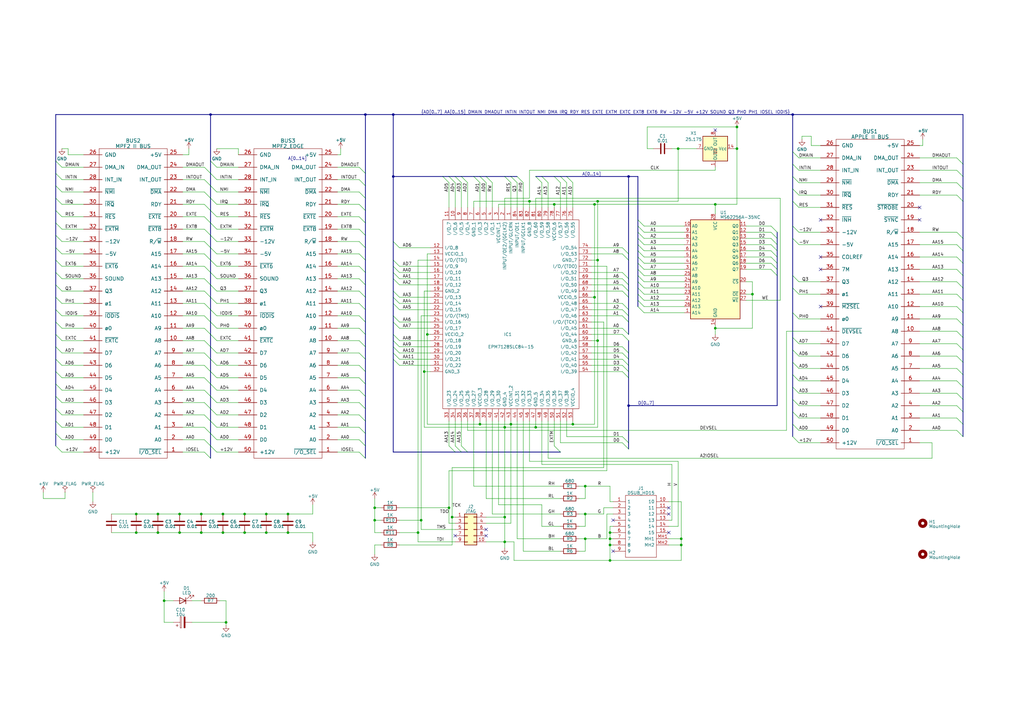
<source format=kicad_sch>
(kicad_sch (version 20230121) (generator eeschema)
  (paper "A3")
  (title_block (title "MPF-II VGA Card") (date "2023-04-29") (rev "0.1") (company "nanja.info"))
  (junction (at 257.81 72.39))
  (junction (at 82.55 210.82))
  (junction (at 161.29 72.39))
  (junction (at 73.66 218.44))
  (junction (at 250.19 220.98))
  (junction (at 240.03 199.39))
  (junction (at 240.03 210.82))
  (junction (at 207.01 222.25))
  (junction (at 55.88 210.82))
  (junction (at 243.84 83.82))
  (junction (at 257.81 166.37))
  (junction (at 245.11 106.68))
  (junction (at 185.42 212.09))
  (junction (at 325.12 46.99))
  (junction (at 149.86 46.99))
  (junction (at 302.26 52.07))
  (junction (at 250.19 218.44))
  (junction (at 109.22 218.44))
  (junction (at 250.19 229.87))
  (junction (at 118.11 218.44))
  (junction (at 207.01 212.09))
  (junction (at 219.71 175.26))
  (junction (at 184.15 208.28))
  (junction (at 234.95 173.99))
  (junction (at 293.37 134.62))
  (junction (at 100.33 218.44))
  (junction (at 172.72 213.36))
  (junction (at 118.11 210.82))
  (junction (at 92.71 255.27))
  (junction (at 91.44 210.82))
  (junction (at 171.45 218.44))
  (junction (at 91.44 218.44))
  (junction (at 153.67 208.28))
  (junction (at 55.88 218.44))
  (junction (at 64.77 210.82))
  (junction (at 175.26 137.16))
  (junction (at 279.4 223.52))
  (junction (at 64.77 218.44))
  (junction (at 153.67 213.36))
  (junction (at 73.66 210.82))
  (junction (at 250.19 223.52))
  (junction (at 207.01 175.26))
  (junction (at 243.84 121.92))
  (junction (at 217.17 82.55))
  (junction (at 100.33 210.82))
  (junction (at 293.37 83.82))
  (junction (at 67.31 246.38))
  (junction (at 161.29 46.99))
  (junction (at 227.33 83.82))
  (junction (at 245.11 139.7))
  (junction (at 82.55 218.44))
  (junction (at 173.99 152.4))
  (junction (at 196.85 173.99))
  (junction (at 86.36 46.99))
  (junction (at 278.13 60.96))
  (junction (at 245.11 82.55))
  (junction (at 240.03 220.98))
  (junction (at 279.4 220.98))
  (junction (at 209.55 173.99))
  (junction (at 109.22 210.82))
  (junction (at 302.26 60.96))
  (junction (at 308.61 120.65))
  (no_connect (at 336.55 105.41))
  (no_connect (at 377.19 90.17))
  (no_connect (at 274.32 218.44))
  (no_connect (at 251.46 213.36))
  (no_connect (at 186.69 219.71))
  (no_connect (at 336.55 125.73))
  (no_connect (at 336.55 110.49))
  (no_connect (at 251.46 226.06))
  (no_connect (at 293.37 53.34))
  (no_connect (at 274.32 210.82))
  (no_connect (at 199.39 217.17))
  (no_connect (at 274.32 208.28))
  (no_connect (at 336.55 90.17))
  (no_connect (at 377.19 85.09))
  (no_connect (at 199.39 219.71))
  (bus_entry (at 186.69 72.39) (size 2.54 2.54))
  (bus_entry (at 83.82 170.18) (size 2.54 2.54))
  (bus_entry (at 325.12 62.23) (size 2.54 2.54))
  (bus_entry (at 161.29 99.06) (size 2.54 2.54))
  (bus_entry (at 86.36 101.6) (size 2.54 2.54))
  (bus_entry (at 83.82 149.86) (size 2.54 2.54))
  (bus_entry (at 392.43 110.49) (size 2.54 2.54))
  (bus_entry (at 392.43 166.37) (size 2.54 2.54))
  (bus_entry (at 261.62 110.49) (size 2.54 2.54))
  (bus_entry (at 147.32 185.42) (size 2.54 2.54))
  (bus_entry (at 184.15 182.88) (size 2.54 2.54))
  (bus_entry (at 232.41 72.39) (size 2.54 2.54))
  (bus_entry (at 86.36 71.12) (size 2.54 2.54))
  (bus_entry (at 255.27 119.38) (size 2.54 2.54))
  (bus_entry (at 147.32 93.98) (size 2.54 2.54))
  (bus_entry (at 147.32 160.02) (size 2.54 2.54))
  (bus_entry (at 325.12 77.47) (size 2.54 2.54))
  (bus_entry (at 86.36 137.16) (size 2.54 2.54))
  (bus_entry (at 255.27 114.3) (size 2.54 2.54))
  (bus_entry (at 147.32 134.62) (size 2.54 2.54))
  (bus_entry (at 207.01 72.39) (size 2.54 2.54))
  (bus_entry (at 86.36 167.64) (size 2.54 2.54))
  (bus_entry (at 189.23 72.39) (size 2.54 2.54))
  (bus_entry (at 22.86 101.6) (size 2.54 2.54))
  (bus_entry (at 147.32 73.66) (size 2.54 2.54))
  (bus_entry (at 86.36 177.8) (size 2.54 2.54))
  (bus_entry (at 325.12 143.51) (size 2.54 2.54))
  (bus_entry (at 147.32 99.06) (size 2.54 2.54))
  (bus_entry (at 161.29 124.46) (size 2.54 2.54))
  (bus_entry (at 325.12 153.67) (size 2.54 2.54))
  (bus_entry (at 83.82 104.14) (size 2.54 2.54))
  (bus_entry (at 392.43 80.01) (size 2.54 2.54))
  (bus_entry (at 86.36 152.4) (size 2.54 2.54))
  (bus_entry (at 147.32 129.54) (size 2.54 2.54))
  (bus_entry (at 392.43 100.33) (size 2.54 2.54))
  (bus_entry (at 161.29 111.76) (size 2.54 2.54))
  (bus_entry (at 186.69 182.88) (size 2.54 2.54))
  (bus_entry (at 86.36 127) (size 2.54 2.54))
  (bus_entry (at 147.32 83.82) (size 2.54 2.54))
  (bus_entry (at 392.43 115.57) (size 2.54 2.54))
  (bus_entry (at 83.82 68.58) (size 2.54 2.54))
  (bus_entry (at 22.86 106.68) (size 2.54 2.54))
  (bus_entry (at 83.82 93.98) (size 2.54 2.54))
  (bus_entry (at 83.82 73.66) (size 2.54 2.54))
  (bus_entry (at 255.27 101.6) (size 2.54 2.54))
  (bus_entry (at 316.23 95.25) (size 2.54 2.54))
  (bus_entry (at 147.32 124.46) (size 2.54 2.54))
  (bus_entry (at 255.27 147.32) (size 2.54 2.54))
  (bus_entry (at 147.32 144.78) (size 2.54 2.54))
  (bus_entry (at 261.62 115.57) (size 2.54 2.54))
  (bus_entry (at 86.36 132.08) (size 2.54 2.54))
  (bus_entry (at 22.86 81.28) (size 2.54 2.54))
  (bus_entry (at 255.27 152.4) (size 2.54 2.54))
  (bus_entry (at 325.12 92.71) (size 2.54 2.54))
  (bus_entry (at 147.32 154.94) (size 2.54 2.54))
  (bus_entry (at 83.82 99.06) (size 2.54 2.54))
  (bus_entry (at 184.15 72.39) (size 2.54 2.54))
  (bus_entry (at 316.23 92.71) (size 2.54 2.54))
  (bus_entry (at 199.39 72.39) (size 2.54 2.54))
  (bus_entry (at 86.36 81.28) (size 2.54 2.54))
  (bus_entry (at 83.82 175.26) (size 2.54 2.54))
  (bus_entry (at 261.62 92.71) (size 2.54 2.54))
  (bus_entry (at 255.27 137.16) (size 2.54 2.54))
  (bus_entry (at 161.29 114.3) (size 2.54 2.54))
  (bus_entry (at 83.82 124.46) (size 2.54 2.54))
  (bus_entry (at 261.62 102.87) (size 2.54 2.54))
  (bus_entry (at 22.86 132.08) (size 2.54 2.54))
  (bus_entry (at 161.29 119.38) (size 2.54 2.54))
  (bus_entry (at 255.27 111.76) (size 2.54 2.54))
  (bus_entry (at 325.12 82.55) (size 2.54 2.54))
  (bus_entry (at 147.32 119.38) (size 2.54 2.54))
  (bus_entry (at 261.62 105.41) (size 2.54 2.54))
  (bus_entry (at 161.29 106.68) (size 2.54 2.54))
  (bus_entry (at 261.62 120.65) (size 2.54 2.54))
  (bus_entry (at 261.62 95.25) (size 2.54 2.54))
  (bus_entry (at 392.43 171.45) (size 2.54 2.54))
  (bus_entry (at 392.43 64.77) (size 2.54 2.54))
  (bus_entry (at 83.82 144.78) (size 2.54 2.54))
  (bus_entry (at 261.62 100.33) (size 2.54 2.54))
  (bus_entry (at 255.27 179.07) (size 2.54 2.54))
  (bus_entry (at 227.33 182.88) (size 2.54 2.54))
  (bus_entry (at 316.23 102.87) (size 2.54 2.54))
  (bus_entry (at 86.36 162.56) (size 2.54 2.54))
  (bus_entry (at 392.43 176.53) (size 2.54 2.54))
  (bus_entry (at 83.82 180.34) (size 2.54 2.54))
  (bus_entry (at 325.12 173.99) (size 2.54 2.54))
  (bus_entry (at 86.36 111.76) (size 2.54 2.54))
  (bus_entry (at 392.43 74.93) (size 2.54 2.54))
  (bus_entry (at 22.86 167.64) (size 2.54 2.54))
  (bus_entry (at 325.12 67.31) (size 2.54 2.54))
  (bus_entry (at 147.32 149.86) (size 2.54 2.54))
  (bus_entry (at 316.23 100.33) (size 2.54 2.54))
  (bus_entry (at 392.43 135.89) (size 2.54 2.54))
  (bus_entry (at 392.43 105.41) (size 2.54 2.54))
  (bus_entry (at 255.27 129.54) (size 2.54 2.54))
  (bus_entry (at 22.86 91.44) (size 2.54 2.54))
  (bus_entry (at 392.43 140.97) (size 2.54 2.54))
  (bus_entry (at 325.12 163.83) (size 2.54 2.54))
  (bus_entry (at 86.36 172.72) (size 2.54 2.54))
  (bus_entry (at 83.82 154.94) (size 2.54 2.54))
  (bus_entry (at 147.32 88.9) (size 2.54 2.54))
  (bus_entry (at 83.82 185.42) (size 2.54 2.54))
  (bus_entry (at 161.29 142.24) (size 2.54 2.54))
  (bus_entry (at 86.36 91.44) (size 2.54 2.54))
  (bus_entry (at 392.43 125.73) (size 2.54 2.54))
  (bus_entry (at 86.36 96.52) (size 2.54 2.54))
  (bus_entry (at 255.27 149.86) (size 2.54 2.54))
  (bus_entry (at 83.82 119.38) (size 2.54 2.54))
  (bus_entry (at 83.82 129.54) (size 2.54 2.54))
  (bus_entry (at 161.29 144.78) (size 2.54 2.54))
  (bus_entry (at 22.86 111.76) (size 2.54 2.54))
  (bus_entry (at 392.43 130.81) (size 2.54 2.54))
  (bus_entry (at 316.23 105.41) (size 2.54 2.54))
  (bus_entry (at 83.82 114.3) (size 2.54 2.54))
  (bus_entry (at 147.32 114.3) (size 2.54 2.54))
  (bus_entry (at 261.62 113.03) (size 2.54 2.54))
  (bus_entry (at 22.86 71.12) (size 2.54 2.54))
  (bus_entry (at 86.36 86.36) (size 2.54 2.54))
  (bus_entry (at 392.43 69.85) (size 2.54 2.54))
  (bus_entry (at 392.43 151.13) (size 2.54 2.54))
  (bus_entry (at 147.32 180.34) (size 2.54 2.54))
  (bus_entry (at 255.27 181.61) (size 2.54 2.54))
  (bus_entry (at 83.82 139.7) (size 2.54 2.54))
  (bus_entry (at 83.82 88.9) (size 2.54 2.54))
  (bus_entry (at 22.86 142.24) (size 2.54 2.54))
  (bus_entry (at 86.36 121.92) (size 2.54 2.54))
  (bus_entry (at 83.82 160.02) (size 2.54 2.54))
  (bus_entry (at 86.36 182.88) (size 2.54 2.54))
  (bus_entry (at 147.32 104.14) (size 2.54 2.54))
  (bus_entry (at 255.27 124.46) (size 2.54 2.54))
  (bus_entry (at 161.29 121.92) (size 2.54 2.54))
  (bus_entry (at 22.86 86.36) (size 2.54 2.54))
  (bus_entry (at 316.23 110.49) (size 2.54 2.54))
  (bus_entry (at 22.86 147.32) (size 2.54 2.54))
  (bus_entry (at 147.32 78.74) (size 2.54 2.54))
  (bus_entry (at 392.43 146.05) (size 2.54 2.54))
  (bus_entry (at 22.86 76.2) (size 2.54 2.54))
  (bus_entry (at 325.12 72.39) (size 2.54 2.54))
  (bus_entry (at 22.86 121.92) (size 2.54 2.54))
  (bus_entry (at 22.86 152.4) (size 2.54 2.54))
  (bus_entry (at 22.86 116.84) (size 2.54 2.54))
  (bus_entry (at 392.43 161.29) (size 2.54 2.54))
  (bus_entry (at 22.86 157.48) (size 2.54 2.54))
  (bus_entry (at 86.36 66.04) (size 2.54 2.54))
  (bus_entry (at 161.29 129.54) (size 2.54 2.54))
  (bus_entry (at 325.12 148.59) (size 2.54 2.54))
  (bus_entry (at 212.09 72.39) (size 2.54 2.54))
  (bus_entry (at 22.86 182.88) (size 2.54 2.54))
  (bus_entry (at 255.27 134.62) (size 2.54 2.54))
  (bus_entry (at 316.23 107.95) (size 2.54 2.54))
  (bus_entry (at 83.82 165.1) (size 2.54 2.54))
  (bus_entry (at 209.55 72.39) (size 2.54 2.54))
  (bus_entry (at 194.31 72.39) (size 2.54 2.54))
  (bus_entry (at 261.62 90.17) (size 2.54 2.54))
  (bus_entry (at 227.33 72.39) (size 2.54 2.54))
  (bus_entry (at 392.43 95.25) (size 2.54 2.54))
  (bus_entry (at 83.82 83.82) (size 2.54 2.54))
  (bus_entry (at 161.29 109.22) (size 2.54 2.54))
  (bus_entry (at 255.27 142.24) (size 2.54 2.54))
  (bus_entry (at 22.86 66.04) (size 2.54 2.54))
  (bus_entry (at 325.12 138.43) (size 2.54 2.54))
  (bus_entry (at 83.82 78.74) (size 2.54 2.54))
  (bus_entry (at 22.86 137.16) (size 2.54 2.54))
  (bus_entry (at 255.27 104.14) (size 2.54 2.54))
  (bus_entry (at 86.36 157.48) (size 2.54 2.54))
  (bus_entry (at 261.62 118.11) (size 2.54 2.54))
  (bus_entry (at 86.36 76.2) (size 2.54 2.54))
  (bus_entry (at 86.36 106.68) (size 2.54 2.54))
  (bus_entry (at 222.25 72.39) (size 2.54 2.54))
  (bus_entry (at 316.23 97.79) (size 2.54 2.54))
  (bus_entry (at 22.86 177.8) (size 2.54 2.54))
  (bus_entry (at 147.32 109.22) (size 2.54 2.54))
  (bus_entry (at 261.62 97.79) (size 2.54 2.54))
  (bus_entry (at 161.29 147.32) (size 2.54 2.54))
  (bus_entry (at 196.85 72.39) (size 2.54 2.54))
  (bus_entry (at 147.32 170.18) (size 2.54 2.54))
  (bus_entry (at 161.29 132.08) (size 2.54 2.54))
  (bus_entry (at 22.86 127) (size 2.54 2.54))
  (bus_entry (at 22.86 96.52) (size 2.54 2.54))
  (bus_entry (at 219.71 72.39) (size 2.54 2.54))
  (bus_entry (at 392.43 120.65) (size 2.54 2.54))
  (bus_entry (at 255.27 127) (size 2.54 2.54))
  (bus_entry (at 325.12 128.27) (size 2.54 2.54))
  (bus_entry (at 229.87 72.39) (size 2.54 2.54))
  (bus_entry (at 83.82 109.22) (size 2.54 2.54))
  (bus_entry (at 161.29 137.16) (size 2.54 2.54))
  (bus_entry (at 161.29 139.7) (size 2.54 2.54))
  (bus_entry (at 325.12 158.75) (size 2.54 2.54))
  (bus_entry (at 83.82 134.62) (size 2.54 2.54))
  (bus_entry (at 86.36 116.84) (size 2.54 2.54))
  (bus_entry (at 261.62 125.73) (size 2.54 2.54))
  (bus_entry (at 325.12 168.91) (size 2.54 2.54))
  (bus_entry (at 325.12 179.07) (size 2.54 2.54))
  (bus_entry (at 147.32 175.26) (size 2.54 2.54))
  (bus_entry (at 147.32 68.58) (size 2.54 2.54))
  (bus_entry (at 392.43 156.21) (size 2.54 2.54))
  (bus_entry (at 255.27 144.78) (size 2.54 2.54))
  (bus_entry (at 147.32 139.7) (size 2.54 2.54))
  (bus_entry (at 325.12 113.03) (size 2.54 2.54))
  (bus_entry (at 86.36 147.32) (size 2.54 2.54))
  (bus_entry (at 181.61 72.39) (size 2.54 2.54))
  (bus_entry (at 255.27 116.84) (size 2.54 2.54))
  (bus_entry (at 325.12 97.79) (size 2.54 2.54))
  (bus_entry (at 325.12 118.11) (size 2.54 2.54))
  (bus_entry (at 147.32 165.1) (size 2.54 2.54))
  (bus_entry (at 22.86 162.56) (size 2.54 2.54))
  (bus_entry (at 22.86 172.72) (size 2.54 2.54))
  (bus_entry (at 261.62 123.19) (size 2.54 2.54))
  (bus_entry (at 189.23 182.88) (size 2.54 2.54))
  (bus_entry (at 261.62 107.95) (size 2.54 2.54))
  (bus_entry (at 86.36 142.24) (size 2.54 2.54))
  (wire (pts (xy 25.4 68.58) (xy 34.29 68.58)))
  (wire (pts (xy 265.43 60.96) (xy 265.43 52.07)))
  (bus (pts (xy 161.29 124.46) (xy 161.29 129.54)))
  (wire (pts (xy 88.9 124.46) (xy 97.79 124.46)))
  (wire (pts (xy 74.93 170.18) (xy 83.82 170.18)))
  (bus (pts (xy 207.01 72.39) (xy 209.55 72.39)))
  (bus (pts (xy 261.62 120.65) (xy 261.62 118.11)))
  (wire (pts (xy 163.83 144.78) (xy 176.53 144.78)))
  (bus (pts (xy 184.15 72.39) (xy 181.61 72.39)))
  (wire (pts (xy 214.63 74.93) (xy 214.63 85.09)))
  (wire (pts (xy 377.19 161.29) (xy 392.43 161.29)))
  (wire (pts (xy 163.83 208.28) (xy 184.15 208.28)))
  (wire (pts (xy 88.9 139.7) (xy 97.79 139.7)))
  (wire (pts (xy 227.33 83.82) (xy 243.84 83.82)))
  (wire (pts (xy 217.17 69.85) (xy 217.17 81.28)))
  (wire (pts (xy 78.74 246.38) (xy 82.55 246.38)))
  (wire (pts (xy 163.83 139.7) (xy 176.53 139.7)))
  (bus (pts (xy 86.36 132.08) (xy 86.36 137.16)))
  (wire (pts (xy 199.39 204.47) (xy 229.87 204.47)))
  (bus (pts (xy 261.62 72.39) (xy 261.62 90.17)))
  (wire (pts (xy 64.77 210.82) (xy 73.66 210.82)))
  (wire (pts (xy 138.43 185.42) (xy 147.32 185.42)))
  (wire (pts (xy 229.87 172.72) (xy 229.87 181.61)))
  (bus (pts (xy 86.36 101.6) (xy 86.36 106.68)))
  (bus (pts (xy 149.86 172.72) (xy 149.86 177.8)))
  (wire (pts (xy 138.43 175.26) (xy 147.32 175.26)))
  (wire (pts (xy 306.07 95.25) (xy 316.23 95.25)))
  (bus (pts (xy 22.86 177.8) (xy 22.86 182.88)))
  (wire (pts (xy 173.99 152.4) (xy 176.53 152.4)))
  (bus (pts (xy 394.97 107.95) (xy 394.97 113.03)))
  (wire (pts (xy 328.93 55.88) (xy 332.74 55.88)))
  (wire (pts (xy 242.57 129.54) (xy 255.27 129.54)))
  (bus (pts (xy 149.86 121.92) (xy 149.86 127)))
  (wire (pts (xy 242.57 114.3) (xy 255.27 114.3)))
  (wire (pts (xy 293.37 133.35) (xy 293.37 134.62)))
  (wire (pts (xy 88.9 129.54) (xy 97.79 129.54)))
  (wire (pts (xy 67.31 255.27) (xy 71.12 255.27)))
  (wire (pts (xy 100.33 210.82) (xy 109.22 210.82)))
  (bus (pts (xy 149.86 162.56) (xy 149.86 167.64)))
  (wire (pts (xy 204.47 172.72) (xy 204.47 207.01)))
  (wire (pts (xy 186.69 172.72) (xy 186.69 182.88)))
  (wire (pts (xy 322.58 135.89) (xy 336.55 135.89)))
  (bus (pts (xy 325.12 163.83) (xy 325.12 168.91)))
  (bus (pts (xy 149.86 91.44) (xy 149.86 96.52)))
  (wire (pts (xy 67.31 246.38) (xy 67.31 255.27)))
  (wire (pts (xy 250.19 199.39) (xy 250.19 205.74)))
  (bus (pts (xy 318.77 100.33) (xy 318.77 102.87)))
  (bus (pts (xy 257.81 147.32) (xy 257.81 149.86)))
  (wire (pts (xy 138.43 165.1) (xy 147.32 165.1)))
  (bus (pts (xy 325.12 92.71) (xy 325.12 97.79)))
  (wire (pts (xy 194.31 199.39) (xy 229.87 199.39)))
  (bus (pts (xy 325.12 128.27) (xy 325.12 138.43)))
  (wire (pts (xy 163.83 116.84) (xy 176.53 116.84)))
  (wire (pts (xy 25.4 124.46) (xy 34.29 124.46)))
  (bus (pts (xy 86.36 71.12) (xy 86.36 76.2)))
  (wire (pts (xy 302.26 83.82) (xy 293.37 83.82)))
  (bus (pts (xy 194.31 72.39) (xy 196.85 72.39)))
  (bus (pts (xy 161.29 142.24) (xy 161.29 144.78)))
  (bus (pts (xy 161.29 72.39) (xy 161.29 99.06)))
  (bus (pts (xy 261.62 107.95) (xy 261.62 105.41)))
  (wire (pts (xy 327.66 69.85) (xy 336.55 69.85)))
  (wire (pts (xy 293.37 137.16) (xy 293.37 134.62)))
  (wire (pts (xy 377.19 156.21) (xy 392.43 156.21)))
  (bus (pts (xy 394.97 97.79) (xy 394.97 102.87)))
  (bus (pts (xy 261.62 110.49) (xy 261.62 107.95)))
  (wire (pts (xy 163.83 149.86) (xy 176.53 149.86)))
  (wire (pts (xy 173.99 175.26) (xy 173.99 152.4)))
  (wire (pts (xy 25.4 160.02) (xy 34.29 160.02)))
  (bus (pts (xy 149.86 177.8) (xy 149.86 182.88)))
  (wire (pts (xy 275.59 213.36) (xy 274.32 213.36)))
  (wire (pts (xy 194.31 82.55) (xy 217.17 82.55)))
  (wire (pts (xy 91.44 210.82) (xy 100.33 210.82)))
  (wire (pts (xy 88.9 88.9) (xy 97.79 88.9)))
  (wire (pts (xy 163.83 134.62) (xy 176.53 134.62)))
  (wire (pts (xy 237.49 215.9) (xy 240.03 215.9)))
  (wire (pts (xy 224.79 172.72) (xy 224.79 187.96)))
  (wire (pts (xy 377.19 125.73) (xy 392.43 125.73)))
  (bus (pts (xy 261.62 90.17) (xy 261.62 92.71)))
  (bus (pts (xy 318.77 107.95) (xy 318.77 110.49)))
  (wire (pts (xy 199.39 222.25) (xy 207.01 222.25)))
  (wire (pts (xy 247.65 191.77) (xy 185.42 191.77)))
  (wire (pts (xy 245.11 139.7) (xy 245.11 175.26)))
  (wire (pts (xy 232.41 179.07) (xy 255.27 179.07)))
  (bus (pts (xy 149.86 71.12) (xy 149.86 76.2)))
  (wire (pts (xy 171.45 218.44) (xy 171.45 222.25)))
  (bus (pts (xy 394.97 113.03) (xy 394.97 118.11)))
  (wire (pts (xy 163.83 101.6) (xy 176.53 101.6)))
  (wire (pts (xy 242.57 109.22) (xy 248.92 109.22)))
  (wire (pts (xy 377.19 64.77) (xy 392.43 64.77)))
  (wire (pts (xy 207.01 222.25) (xy 207.01 212.09)))
  (bus (pts (xy 257.81 72.39) (xy 257.81 104.14)))
  (bus (pts (xy 394.97 67.31) (xy 394.97 72.39)))
  (wire (pts (xy 138.43 78.74) (xy 147.32 78.74)))
  (wire (pts (xy 377.19 176.53) (xy 392.43 176.53)))
  (wire (pts (xy 212.09 220.98) (xy 229.87 220.98)))
  (wire (pts (xy 163.83 213.36) (xy 172.72 213.36)))
  (wire (pts (xy 251.46 218.44) (xy 250.19 218.44)))
  (bus (pts (xy 22.86 162.56) (xy 22.86 167.64)))
  (wire (pts (xy 25.4 114.3) (xy 34.29 114.3)))
  (wire (pts (xy 74.93 78.74) (xy 83.82 78.74)))
  (wire (pts (xy 250.19 215.9) (xy 250.19 218.44)))
  (bus (pts (xy 22.86 121.92) (xy 22.86 127)))
  (wire (pts (xy 264.16 118.11) (xy 280.67 118.11)))
  (wire (pts (xy 245.11 82.55) (xy 245.11 106.68)))
  (bus (pts (xy 257.81 144.78) (xy 257.81 147.32)))
  (wire (pts (xy 327.66 176.53) (xy 336.55 176.53)))
  (wire (pts (xy 138.43 144.78) (xy 147.32 144.78)))
  (wire (pts (xy 184.15 214.63) (xy 186.69 214.63)))
  (wire (pts (xy 74.93 73.66) (xy 83.82 73.66)))
  (wire (pts (xy 250.19 220.98) (xy 251.46 220.98)))
  (wire (pts (xy 234.95 173.99) (xy 234.95 172.72)))
  (wire (pts (xy 232.41 172.72) (xy 232.41 179.07)))
  (wire (pts (xy 25.4 180.34) (xy 34.29 180.34)))
  (wire (pts (xy 138.43 68.58) (xy 147.32 68.58)))
  (wire (pts (xy 377.19 74.93) (xy 392.43 74.93)))
  (bus (pts (xy 86.36 66.04) (xy 86.36 71.12)))
  (wire (pts (xy 163.83 111.76) (xy 176.53 111.76)))
  (bus (pts (xy 325.12 179.07) (xy 325.12 173.99)))
  (wire (pts (xy 227.33 172.72) (xy 227.33 182.88)))
  (wire (pts (xy 275.59 190.5) (xy 275.59 213.36)))
  (wire (pts (xy 214.63 226.06) (xy 229.87 226.06)))
  (wire (pts (xy 327.66 166.37) (xy 336.55 166.37)))
  (wire (pts (xy 138.43 180.34) (xy 147.32 180.34)))
  (bus (pts (xy 222.25 72.39) (xy 227.33 72.39)))
  (wire (pts (xy 332.74 55.88) (xy 332.74 59.69)))
  (wire (pts (xy 25.4 134.62) (xy 34.29 134.62)))
  (wire (pts (xy 199.39 172.72) (xy 199.39 204.47)))
  (wire (pts (xy 279.4 205.74) (xy 274.32 205.74)))
  (bus (pts (xy 86.36 157.48) (xy 86.36 162.56)))
  (wire (pts (xy 237.49 226.06) (xy 240.03 226.06)))
  (wire (pts (xy 88.9 165.1) (xy 97.79 165.1)))
  (bus (pts (xy 325.12 62.23) (xy 325.12 67.31)))
  (wire (pts (xy 138.43 149.86) (xy 147.32 149.86)))
  (wire (pts (xy 245.11 82.55) (xy 278.13 82.55)))
  (wire (pts (xy 25.4 129.54) (xy 34.29 129.54)))
  (bus (pts (xy 161.29 137.16) (xy 161.29 139.7)))
  (wire (pts (xy 88.9 99.06) (xy 97.79 99.06)))
  (bus (pts (xy 394.97 163.83) (xy 394.97 168.91)))
  (wire (pts (xy 306.07 123.19) (xy 320.04 123.19)))
  (wire (pts (xy 194.31 199.39) (xy 194.31 172.72)))
  (wire (pts (xy 74.93 175.26) (xy 83.82 175.26)))
  (wire (pts (xy 25.4 175.26) (xy 34.29 175.26)))
  (bus (pts (xy 149.86 116.84) (xy 149.86 121.92)))
  (wire (pts (xy 38.1 201.93) (xy 38.1 205.74)))
  (wire (pts (xy 88.9 109.22) (xy 97.79 109.22)))
  (wire (pts (xy 207.01 172.72) (xy 207.01 175.26)))
  (bus (pts (xy 149.86 152.4) (xy 149.86 157.48)))
  (wire (pts (xy 90.17 246.38) (xy 92.71 246.38)))
  (wire (pts (xy 242.57 124.46) (xy 255.27 124.46)))
  (wire (pts (xy 171.45 106.68) (xy 171.45 218.44)))
  (wire (pts (xy 243.84 121.92) (xy 242.57 121.92)))
  (bus (pts (xy 86.36 127) (xy 86.36 132.08)))
  (bus (pts (xy 229.87 72.39) (xy 232.41 72.39)))
  (bus (pts (xy 261.62 92.71) (xy 261.62 95.25)))
  (wire (pts (xy 153.67 213.36) (xy 153.67 208.28)))
  (bus (pts (xy 86.36 76.2) (xy 86.36 81.28)))
  (wire (pts (xy 194.31 82.55) (xy 194.31 85.09)))
  (wire (pts (xy 67.31 246.38) (xy 71.12 246.38)))
  (wire (pts (xy 184.15 208.28) (xy 184.15 214.63)))
  (wire (pts (xy 153.67 218.44) (xy 153.67 213.36)))
  (bus (pts (xy 161.29 114.3) (xy 161.29 119.38)))
  (wire (pts (xy 173.99 152.4) (xy 173.99 119.38)))
  (wire (pts (xy 293.37 69.85) (xy 217.17 69.85)))
  (bus (pts (xy 149.86 182.88) (xy 149.86 187.96)))
  (wire (pts (xy 74.93 144.78) (xy 83.82 144.78)))
  (wire (pts (xy 204.47 207.01) (xy 222.25 207.01)))
  (wire (pts (xy 245.11 139.7) (xy 242.57 139.7)))
  (wire (pts (xy 237.49 210.82) (xy 240.03 210.82)))
  (bus (pts (xy 161.29 99.06) (xy 161.29 106.68)))
  (bus (pts (xy 149.86 142.24) (xy 149.86 147.32)))
  (wire (pts (xy 74.93 165.1) (xy 83.82 165.1)))
  (bus (pts (xy 161.29 111.76) (xy 161.29 114.3)))
  (wire (pts (xy 138.43 124.46) (xy 147.32 124.46)))
  (wire (pts (xy 222.25 74.93) (xy 222.25 85.09)))
  (wire (pts (xy 25.4 154.94) (xy 34.29 154.94)))
  (bus (pts (xy 394.97 148.59) (xy 394.97 153.67)))
  (bus (pts (xy 325.12 148.59) (xy 325.12 153.67)))
  (wire (pts (xy 219.71 175.26) (xy 219.71 172.72)))
  (bus (pts (xy 22.86 91.44) (xy 22.86 96.52)))
  (wire (pts (xy 264.16 120.65) (xy 280.67 120.65)))
  (bus (pts (xy 394.97 118.11) (xy 394.97 123.19)))
  (wire (pts (xy 234.95 74.93) (xy 234.95 85.09)))
  (wire (pts (xy 171.45 222.25) (xy 186.69 222.25)))
  (wire (pts (xy 377.19 171.45) (xy 392.43 171.45)))
  (bus (pts (xy 86.36 137.16) (xy 86.36 142.24)))
  (wire (pts (xy 175.26 104.14) (xy 176.53 104.14)))
  (wire (pts (xy 222.25 190.5) (xy 275.59 190.5)))
  (wire (pts (xy 17.78 204.47) (xy 26.67 204.47)))
  (bus (pts (xy 161.29 132.08) (xy 161.29 137.16)))
  (bus (pts (xy 189.23 185.42) (xy 191.77 185.42)))
  (wire (pts (xy 139.7 60.96) (xy 139.7 63.5)))
  (wire (pts (xy 232.41 74.93) (xy 232.41 85.09)))
  (wire (pts (xy 217.17 82.55) (xy 245.11 82.55)))
  (bus (pts (xy 257.81 181.61) (xy 257.81 184.15)))
  (wire (pts (xy 153.67 204.47) (xy 153.67 208.28)))
  (bus (pts (xy 22.86 127) (xy 22.86 132.08)))
  (wire (pts (xy 163.83 132.08) (xy 176.53 132.08)))
  (wire (pts (xy 210.82 229.87) (xy 250.19 229.87)))
  (bus (pts (xy 161.29 139.7) (xy 161.29 142.24)))
  (wire (pts (xy 217.17 81.28) (xy 207.01 81.28)))
  (wire (pts (xy 306.07 120.65) (xy 308.61 120.65)))
  (wire (pts (xy 237.49 220.98) (xy 240.03 220.98)))
  (wire (pts (xy 278.13 60.96) (xy 285.75 60.96)))
  (wire (pts (xy 185.42 212.09) (xy 185.42 223.52)))
  (bus (pts (xy 189.23 72.39) (xy 186.69 72.39)))
  (wire (pts (xy 17.78 201.93) (xy 17.78 204.47)))
  (wire (pts (xy 224.79 74.93) (xy 224.79 85.09)))
  (wire (pts (xy 74.93 139.7) (xy 83.82 139.7)))
  (wire (pts (xy 278.13 215.9) (xy 278.13 189.23)))
  (wire (pts (xy 217.17 172.72) (xy 217.17 189.23)))
  (wire (pts (xy 88.9 180.34) (xy 97.79 180.34)))
  (bus (pts (xy 22.86 46.99) (xy 86.36 46.99)))
  (wire (pts (xy 207.01 222.25) (xy 207.01 224.79)))
  (wire (pts (xy 250.19 223.52) (xy 251.46 223.52)))
  (bus (pts (xy 22.86 101.6) (xy 22.86 106.68)))
  (wire (pts (xy 185.42 191.77) (xy 185.42 212.09)))
  (wire (pts (xy 227.33 83.82) (xy 227.33 85.09)))
  (wire (pts (xy 88.9 185.42) (xy 97.79 185.42)))
  (wire (pts (xy 248.92 109.22) (xy 248.92 193.04)))
  (wire (pts (xy 88.9 149.86) (xy 97.79 149.86)))
  (wire (pts (xy 242.57 119.38) (xy 255.27 119.38)))
  (wire (pts (xy 377.19 110.49) (xy 392.43 110.49)))
  (bus (pts (xy 199.39 72.39) (xy 207.01 72.39)))
  (bus (pts (xy 22.86 116.84) (xy 22.86 121.92)))
  (wire (pts (xy 327.66 64.77) (xy 336.55 64.77)))
  (wire (pts (xy 207.01 175.26) (xy 207.01 212.09)))
  (wire (pts (xy 77.47 60.96) (xy 77.47 63.5)))
  (wire (pts (xy 306.07 100.33) (xy 316.23 100.33)))
  (wire (pts (xy 67.31 242.57) (xy 67.31 246.38)))
  (wire (pts (xy 217.17 82.55) (xy 217.17 85.09)))
  (wire (pts (xy 264.16 113.03) (xy 280.67 113.03)))
  (bus (pts (xy 22.86 76.2) (xy 22.86 81.28)))
  (wire (pts (xy 25.4 149.86) (xy 34.29 149.86)))
  (bus (pts (xy 86.36 86.36) (xy 86.36 91.44)))
  (wire (pts (xy 163.83 142.24) (xy 176.53 142.24)))
  (wire (pts (xy 224.79 187.96) (xy 382.27 187.96)))
  (wire (pts (xy 26.67 204.47) (xy 26.67 201.93)))
  (wire (pts (xy 78.74 255.27) (xy 92.71 255.27)))
  (wire (pts (xy 242.57 149.86) (xy 255.27 149.86)))
  (wire (pts (xy 27.94 63.5) (xy 34.29 63.5)))
  (wire (pts (xy 306.07 92.71) (xy 316.23 92.71)))
  (wire (pts (xy 327.66 151.13) (xy 336.55 151.13)))
  (wire (pts (xy 245.11 106.68) (xy 245.11 139.7)))
  (wire (pts (xy 377.19 100.33) (xy 392.43 100.33)))
  (wire (pts (xy 184.15 74.93) (xy 184.15 85.09)))
  (bus (pts (xy 22.86 86.36) (xy 22.86 91.44)))
  (bus (pts (xy 394.97 46.99) (xy 394.97 67.31)))
  (bus (pts (xy 22.86 96.52) (xy 22.86 101.6)))
  (bus (pts (xy 318.77 97.79) (xy 318.77 100.33)))
  (wire (pts (xy 264.16 102.87) (xy 280.67 102.87)))
  (wire (pts (xy 88.9 73.66) (xy 97.79 73.66)))
  (wire (pts (xy 163.83 121.92) (xy 176.53 121.92)))
  (wire (pts (xy 184.15 193.04) (xy 184.15 208.28)))
  (bus (pts (xy 257.81 104.14) (xy 257.81 106.68)))
  (bus (pts (xy 22.86 132.08) (xy 22.86 137.16)))
  (bus (pts (xy 257.81 149.86) (xy 257.81 152.4)))
  (wire (pts (xy 138.43 170.18) (xy 147.32 170.18)))
  (wire (pts (xy 377.19 69.85) (xy 392.43 69.85)))
  (wire (pts (xy 377.19 115.57) (xy 392.43 115.57)))
  (wire (pts (xy 264.16 100.33) (xy 280.67 100.33)))
  (wire (pts (xy 240.03 210.82) (xy 240.03 215.9)))
  (wire (pts (xy 240.03 199.39) (xy 240.03 204.47)))
  (wire (pts (xy 377.19 181.61) (xy 382.27 181.61)))
  (wire (pts (xy 138.43 129.54) (xy 147.32 129.54)))
  (bus (pts (xy 325.12 72.39) (xy 325.12 77.47)))
  (wire (pts (xy 74.93 160.02) (xy 83.82 160.02)))
  (wire (pts (xy 214.63 172.72) (xy 214.63 226.06)))
  (bus (pts (xy 257.81 166.37) (xy 257.81 181.61)))
  (bus (pts (xy 86.36 116.84) (xy 86.36 121.92)))
  (wire (pts (xy 327.66 140.97) (xy 336.55 140.97)))
  (bus (pts (xy 149.86 147.32) (xy 149.86 152.4)))
  (wire (pts (xy 302.26 60.96) (xy 300.99 60.96)))
  (wire (pts (xy 88.9 160.02) (xy 97.79 160.02)))
  (wire (pts (xy 25.4 78.74) (xy 34.29 78.74)))
  (wire (pts (xy 308.61 134.62) (xy 308.61 120.65)))
  (wire (pts (xy 327.66 156.21) (xy 336.55 156.21)))
  (wire (pts (xy 25.4 99.06) (xy 34.29 99.06)))
  (bus (pts (xy 394.97 102.87) (xy 394.97 107.95)))
  (bus (pts (xy 196.85 72.39) (xy 199.39 72.39)))
  (wire (pts (xy 306.07 110.49) (xy 316.23 110.49)))
  (wire (pts (xy 264.16 105.41) (xy 280.67 105.41)))
  (bus (pts (xy 149.86 46.99) (xy 161.29 46.99)))
  (bus (pts (xy 22.86 66.04) (xy 22.86 71.12)))
  (wire (pts (xy 163.83 109.22) (xy 176.53 109.22)))
  (wire (pts (xy 25.4 104.14) (xy 34.29 104.14)))
  (bus (pts (xy 394.97 168.91) (xy 394.97 173.99)))
  (wire (pts (xy 207.01 222.25) (xy 210.82 222.25)))
  (wire (pts (xy 248.92 210.82) (xy 248.92 220.98)))
  (bus (pts (xy 149.86 137.16) (xy 149.86 142.24)))
  (bus (pts (xy 149.86 111.76) (xy 149.86 116.84)))
  (wire (pts (xy 97.79 60.96) (xy 97.79 63.5)))
  (wire (pts (xy 247.65 132.08) (xy 247.65 191.77)))
  (wire (pts (xy 82.55 210.82) (xy 91.44 210.82)))
  (bus (pts (xy 149.86 96.52) (xy 149.86 101.6)))
  (wire (pts (xy 175.26 137.16) (xy 176.53 137.16)))
  (wire (pts (xy 327.66 146.05) (xy 336.55 146.05)))
  (wire (pts (xy 185.42 212.09) (xy 186.69 212.09)))
  (bus (pts (xy 22.86 137.16) (xy 22.86 142.24)))
  (wire (pts (xy 377.19 140.97) (xy 392.43 140.97)))
  (wire (pts (xy 264.16 128.27) (xy 280.67 128.27)))
  (wire (pts (xy 308.61 120.65) (xy 308.61 115.57)))
  (wire (pts (xy 138.43 63.5) (xy 139.7 63.5)))
  (bus (pts (xy 22.86 111.76) (xy 22.86 116.84)))
  (wire (pts (xy 74.93 149.86) (xy 83.82 149.86)))
  (wire (pts (xy 377.19 105.41) (xy 392.43 105.41)))
  (wire (pts (xy 25.4 185.42) (xy 34.29 185.42)))
  (wire (pts (xy 274.32 220.98) (xy 279.4 220.98)))
  (wire (pts (xy 264.16 97.79) (xy 280.67 97.79)))
  (wire (pts (xy 242.57 142.24) (xy 255.27 142.24)))
  (bus (pts (xy 189.23 72.39) (xy 194.31 72.39)))
  (wire (pts (xy 237.49 199.39) (xy 240.03 199.39)))
  (wire (pts (xy 55.88 218.44) (xy 64.77 218.44)))
  (bus (pts (xy 325.12 153.67) (xy 325.12 158.75)))
  (bus (pts (xy 257.81 132.08) (xy 257.81 137.16)))
  (wire (pts (xy 250.19 218.44) (xy 250.19 220.98)))
  (wire (pts (xy 173.99 119.38) (xy 176.53 119.38)))
  (wire (pts (xy 377.19 135.89) (xy 392.43 135.89)))
  (wire (pts (xy 308.61 115.57) (xy 306.07 115.57)))
  (wire (pts (xy 138.43 154.94) (xy 147.32 154.94)))
  (wire (pts (xy 247.65 210.82) (xy 247.65 208.28)))
  (wire (pts (xy 237.49 204.47) (xy 240.03 204.47)))
  (wire (pts (xy 327.66 120.65) (xy 336.55 120.65)))
  (bus (pts (xy 261.62 105.41) (xy 261.62 102.87)))
  (bus (pts (xy 219.71 72.39) (xy 222.25 72.39)))
  (wire (pts (xy 242.57 101.6) (xy 255.27 101.6)))
  (wire (pts (xy 74.93 93.98) (xy 83.82 93.98)))
  (bus (pts (xy 161.29 109.22) (xy 161.29 111.76)))
  (bus (pts (xy 318.77 105.41) (xy 318.77 102.87)))
  (bus (pts (xy 394.97 138.43) (xy 394.97 143.51)))
  (wire (pts (xy 242.57 127) (xy 255.27 127)))
  (wire (pts (xy 138.43 139.7) (xy 147.32 139.7)))
  (wire (pts (xy 163.83 127) (xy 176.53 127)))
  (bus (pts (xy 325.12 118.11) (xy 325.12 128.27)))
  (wire (pts (xy 327.66 115.57) (xy 336.55 115.57)))
  (bus (pts (xy 149.86 157.48) (xy 149.86 162.56)))
  (wire (pts (xy 189.23 172.72) (xy 189.23 182.88)))
  (wire (pts (xy 88.9 119.38) (xy 97.79 119.38)))
  (bus (pts (xy 86.36 46.99) (xy 86.36 66.04)))
  (bus (pts (xy 22.86 152.4) (xy 22.86 157.48)))
  (bus (pts (xy 86.36 96.52) (xy 86.36 101.6)))
  (bus (pts (xy 257.81 119.38) (xy 257.81 121.92)))
  (wire (pts (xy 88.9 104.14) (xy 97.79 104.14)))
  (wire (pts (xy 234.95 173.99) (xy 209.55 173.99)))
  (bus (pts (xy 22.86 147.32) (xy 22.86 152.4)))
  (bus (pts (xy 161.29 46.99) (xy 161.29 72.39)))
  (wire (pts (xy 229.87 74.93) (xy 229.87 85.09)))
  (wire (pts (xy 377.19 80.01) (xy 392.43 80.01)))
  (bus (pts (xy 325.12 46.99) (xy 325.12 62.23)))
  (wire (pts (xy 217.17 189.23) (xy 278.13 189.23)))
  (wire (pts (xy 74.93 129.54) (xy 83.82 129.54)))
  (bus (pts (xy 325.12 77.47) (xy 325.12 82.55)))
  (bus (pts (xy 86.36 106.68) (xy 86.36 111.76)))
  (bus (pts (xy 318.77 105.41) (xy 318.77 107.95)))
  (wire (pts (xy 212.09 74.93) (xy 212.09 85.09)))
  (wire (pts (xy 378.46 57.15) (xy 378.46 59.69)))
  (bus (pts (xy 261.62 100.33) (xy 261.62 97.79)))
  (wire (pts (xy 74.93 114.3) (xy 83.82 114.3)))
  (wire (pts (xy 327.66 80.01) (xy 336.55 80.01)))
  (wire (pts (xy 265.43 52.07) (xy 302.26 52.07)))
  (wire (pts (xy 222.25 215.9) (xy 229.87 215.9)))
  (bus (pts (xy 261.62 123.19) (xy 261.62 120.65)))
  (wire (pts (xy 88.9 114.3) (xy 97.79 114.3)))
  (wire (pts (xy 153.67 213.36) (xy 156.21 213.36)))
  (wire (pts (xy 267.97 60.96) (xy 265.43 60.96)))
  (bus (pts (xy 318.77 113.03) (xy 318.77 166.37)))
  (wire (pts (xy 293.37 69.85) (xy 293.37 68.58)))
  (wire (pts (xy 209.55 173.99) (xy 196.85 173.99)))
  (bus (pts (xy 161.29 119.38) (xy 161.29 121.92)))
  (wire (pts (xy 74.93 185.42) (xy 83.82 185.42)))
  (bus (pts (xy 161.29 185.42) (xy 186.69 185.42)))
  (bus (pts (xy 318.77 110.49) (xy 318.77 113.03)))
  (wire (pts (xy 172.72 129.54) (xy 172.72 213.36)))
  (wire (pts (xy 306.07 102.87) (xy 316.23 102.87)))
  (wire (pts (xy 201.93 172.72) (xy 201.93 210.82)))
  (bus (pts (xy 257.81 166.37) (xy 318.77 166.37)))
  (wire (pts (xy 153.67 208.28) (xy 156.21 208.28)))
  (bus (pts (xy 394.97 143.51) (xy 394.97 148.59)))
  (wire (pts (xy 118.11 210.82) (xy 128.27 210.82)))
  (wire (pts (xy 222.25 172.72) (xy 222.25 190.5)))
  (wire (pts (xy 242.57 144.78) (xy 255.27 144.78)))
  (bus (pts (xy 86.36 172.72) (xy 86.36 177.8)))
  (wire (pts (xy 73.66 210.82) (xy 82.55 210.82)))
  (wire (pts (xy 250.19 220.98) (xy 250.19 223.52)))
  (bus (pts (xy 257.81 139.7) (xy 257.81 144.78)))
  (wire (pts (xy 45.72 218.44) (xy 55.88 218.44)))
  (wire (pts (xy 306.07 97.79) (xy 316.23 97.79)))
  (wire (pts (xy 138.43 109.22) (xy 147.32 109.22)))
  (wire (pts (xy 74.93 68.58) (xy 83.82 68.58)))
  (bus (pts (xy 86.36 91.44) (xy 86.36 96.52)))
  (wire (pts (xy 138.43 99.06) (xy 147.32 99.06)))
  (wire (pts (xy 88.9 170.18) (xy 97.79 170.18)))
  (bus (pts (xy 394.97 158.75) (xy 394.97 163.83)))
  (wire (pts (xy 275.59 60.96) (xy 278.13 60.96)))
  (wire (pts (xy 377.19 95.25) (xy 392.43 95.25)))
  (wire (pts (xy 163.83 114.3) (xy 176.53 114.3)))
  (wire (pts (xy 25.4 83.82) (xy 34.29 83.82)))
  (wire (pts (xy 64.77 218.44) (xy 73.66 218.44)))
  (wire (pts (xy 100.33 218.44) (xy 109.22 218.44)))
  (bus (pts (xy 325.12 168.91) (xy 325.12 173.99)))
  (wire (pts (xy 74.93 134.62) (xy 83.82 134.62)))
  (wire (pts (xy 74.93 154.94) (xy 83.82 154.94)))
  (wire (pts (xy 138.43 134.62) (xy 147.32 134.62)))
  (wire (pts (xy 250.19 229.87) (xy 279.4 229.87)))
  (bus (pts (xy 257.81 72.39) (xy 232.41 72.39)))
  (bus (pts (xy 86.36 46.99) (xy 149.86 46.99)))
  (wire (pts (xy 240.03 220.98) (xy 248.92 220.98)))
  (wire (pts (xy 219.71 175.26) (xy 207.01 175.26)))
  (wire (pts (xy 199.39 212.09) (xy 207.01 212.09)))
  (bus (pts (xy 325.12 82.55) (xy 325.12 92.71)))
  (wire (pts (xy 240.03 210.82) (xy 247.65 210.82)))
  (bus (pts (xy 22.86 167.64) (xy 22.86 172.72)))
  (wire (pts (xy 209.55 214.63) (xy 209.55 173.99)))
  (bus (pts (xy 149.86 127) (xy 149.86 132.08)))
  (wire (pts (xy 327.66 161.29) (xy 336.55 161.29)))
  (wire (pts (xy 73.66 218.44) (xy 82.55 218.44)))
  (wire (pts (xy 138.43 88.9) (xy 147.32 88.9)))
  (wire (pts (xy 109.22 218.44) (xy 118.11 218.44)))
  (wire (pts (xy 229.87 181.61) (xy 255.27 181.61)))
  (bus (pts (xy 86.36 121.92) (xy 86.36 127)))
  (wire (pts (xy 172.72 217.17) (xy 186.69 217.17)))
  (bus (pts (xy 22.86 106.68) (xy 22.86 111.76)))
  (wire (pts (xy 242.57 111.76) (xy 255.27 111.76)))
  (wire (pts (xy 128.27 207.01) (xy 128.27 210.82)))
  (bus (pts (xy 161.29 129.54) (xy 161.29 132.08)))
  (wire (pts (xy 242.57 152.4) (xy 255.27 152.4)))
  (bus (pts (xy 86.36 152.4) (xy 86.36 157.48)))
  (wire (pts (xy 91.44 218.44) (xy 100.33 218.44)))
  (bus (pts (xy 261.62 113.03) (xy 261.62 110.49)))
  (bus (pts (xy 394.97 153.67) (xy 394.97 158.75)))
  (wire (pts (xy 242.57 137.16) (xy 255.27 137.16)))
  (bus (pts (xy 325.12 67.31) (xy 325.12 72.39)))
  (wire (pts (xy 240.03 220.98) (xy 240.03 226.06)))
  (wire (pts (xy 25.4 165.1) (xy 34.29 165.1)))
  (bus (pts (xy 325.12 138.43) (xy 325.12 143.51)))
  (bus (pts (xy 227.33 72.39) (xy 229.87 72.39)))
  (wire (pts (xy 88.9 83.82) (xy 97.79 83.82)))
  (wire (pts (xy 293.37 83.82) (xy 293.37 87.63)))
  (wire (pts (xy 199.39 74.93) (xy 199.39 85.09)))
  (wire (pts (xy 25.4 73.66) (xy 34.29 73.66)))
  (wire (pts (xy 327.66 85.09) (xy 336.55 85.09)))
  (wire (pts (xy 219.71 81.28) (xy 320.04 81.28)))
  (wire (pts (xy 327.66 130.81) (xy 336.55 130.81)))
  (wire (pts (xy 327.66 181.61) (xy 336.55 181.61)))
  (wire (pts (xy 138.43 73.66) (xy 147.32 73.66)))
  (wire (pts (xy 138.43 114.3) (xy 147.32 114.3)))
  (wire (pts (xy 25.4 88.9) (xy 34.29 88.9)))
  (bus (pts (xy 257.81 152.4) (xy 257.81 154.94)))
  (wire (pts (xy 191.77 176.53) (xy 322.58 176.53)))
  (bus (pts (xy 22.86 142.24) (xy 22.86 147.32)))
  (bus (pts (xy 86.36 182.88) (xy 86.36 187.96)))
  (wire (pts (xy 279.4 223.52) (xy 279.4 220.98)))
  (wire (pts (xy 189.23 74.93) (xy 189.23 85.09)))
  (bus (pts (xy 318.77 95.25) (xy 318.77 97.79)))
  (bus (pts (xy 394.97 128.27) (xy 394.97 133.35)))
  (wire (pts (xy 128.27 218.44) (xy 128.27 222.25)))
  (wire (pts (xy 209.55 74.93) (xy 209.55 85.09)))
  (wire (pts (xy 191.77 74.93) (xy 191.77 85.09)))
  (wire (pts (xy 25.4 139.7) (xy 34.29 139.7)))
  (bus (pts (xy 86.36 111.76) (xy 86.36 116.84)))
  (wire (pts (xy 88.9 175.26) (xy 97.79 175.26)))
  (wire (pts (xy 45.72 210.82) (xy 55.88 210.82)))
  (wire (pts (xy 191.77 172.72) (xy 191.77 176.53)))
  (bus (pts (xy 394.97 46.99) (xy 325.12 46.99)))
  (wire (pts (xy 88.9 93.98) (xy 97.79 93.98)))
  (bus (pts (xy 149.86 106.68) (xy 149.86 111.76)))
  (wire (pts (xy 243.84 83.82) (xy 293.37 83.82)))
  (wire (pts (xy 264.16 92.71) (xy 280.67 92.71)))
  (bus (pts (xy 149.86 86.36) (xy 149.86 91.44)))
  (wire (pts (xy 306.07 105.41) (xy 316.23 105.41)))
  (bus (pts (xy 261.62 115.57) (xy 261.62 113.03)))
  (wire (pts (xy 377.19 146.05) (xy 392.43 146.05)))
  (wire (pts (xy 242.57 132.08) (xy 247.65 132.08)))
  (bus (pts (xy 209.55 72.39) (xy 212.09 72.39)))
  (bus (pts (xy 257.81 129.54) (xy 257.81 132.08)))
  (wire (pts (xy 173.99 175.26) (xy 207.01 175.26)))
  (bus (pts (xy 257.81 106.68) (xy 257.81 114.3)))
  (wire (pts (xy 264.16 123.19) (xy 280.67 123.19)))
  (wire (pts (xy 138.43 93.98) (xy 147.32 93.98)))
  (wire (pts (xy 245.11 106.68) (xy 242.57 106.68)))
  (wire (pts (xy 377.19 59.69) (xy 378.46 59.69)))
  (wire (pts (xy 184.15 172.72) (xy 184.15 182.88)))
  (wire (pts (xy 25.4 144.78) (xy 34.29 144.78)))
  (wire (pts (xy 201.93 74.93) (xy 201.93 85.09)))
  (wire (pts (xy 201.93 210.82) (xy 229.87 210.82)))
  (wire (pts (xy 175.26 173.99) (xy 175.26 137.16)))
  (wire (pts (xy 210.82 222.25) (xy 210.82 229.87)))
  (bus (pts (xy 161.29 121.92) (xy 161.29 124.46)))
  (wire (pts (xy 88.9 144.78) (xy 97.79 144.78)))
  (wire (pts (xy 328.93 57.15) (xy 328.93 55.88)))
  (wire (pts (xy 279.4 229.87) (xy 279.4 223.52)))
  (wire (pts (xy 172.72 129.54) (xy 176.53 129.54)))
  (wire (pts (xy 302.26 52.07) (xy 302.26 60.96)))
  (bus (pts (xy 191.77 185.42) (xy 229.87 185.42)))
  (bus (pts (xy 149.86 76.2) (xy 149.86 81.28)))
  (wire (pts (xy 172.72 213.36) (xy 172.72 217.17)))
  (bus (pts (xy 22.86 157.48) (xy 22.86 162.56)))
  (bus (pts (xy 86.36 177.8) (xy 86.36 182.88)))
  (bus (pts (xy 149.86 132.08) (xy 149.86 137.16)))
  (wire (pts (xy 25.4 60.96) (xy 27.94 60.96)))
  (wire (pts (xy 382.27 187.96) (xy 382.27 181.61)))
  (wire (pts (xy 88.9 134.62) (xy 97.79 134.62)))
  (bus (pts (xy 161.29 72.39) (xy 181.61 72.39)))
  (bus (pts (xy 22.86 66.04) (xy 22.86 46.99)))
  (bus (pts (xy 22.86 172.72) (xy 22.86 177.8)))
  (bus (pts (xy 257.81 116.84) (xy 257.81 119.38)))
  (wire (pts (xy 176.53 106.68) (xy 171.45 106.68)))
  (wire (pts (xy 92.71 255.27) (xy 92.71 256.54)))
  (bus (pts (xy 161.29 46.99) (xy 325.12 46.99)))
  (wire (pts (xy 264.16 115.57) (xy 280.67 115.57)))
  (wire (pts (xy 248.92 210.82) (xy 251.46 210.82)))
  (wire (pts (xy 207.01 81.28) (xy 207.01 85.09)))
  (wire (pts (xy 332.74 59.69) (xy 336.55 59.69)))
  (wire (pts (xy 88.9 78.74) (xy 97.79 78.74)))
  (wire (pts (xy 222.25 207.01) (xy 222.25 215.9)))
  (wire (pts (xy 248.92 193.04) (xy 184.15 193.04)))
  (bus (pts (xy 149.86 81.28) (xy 149.86 86.36)))
  (wire (pts (xy 245.11 175.26) (xy 219.71 175.26)))
  (wire (pts (xy 25.4 170.18) (xy 34.29 170.18)))
  (bus (pts (xy 149.86 101.6) (xy 149.86 106.68)))
  (wire (pts (xy 138.43 160.02) (xy 147.32 160.02)))
  (bus (pts (xy 161.29 147.32) (xy 161.29 185.42)))
  (bus (pts (xy 394.97 77.47) (xy 394.97 82.55)))
  (wire (pts (xy 250.19 223.52) (xy 250.19 229.87)))
  (wire (pts (xy 138.43 104.14) (xy 147.32 104.14)))
  (wire (pts (xy 264.16 110.49) (xy 280.67 110.49)))
  (wire (pts (xy 320.04 81.28) (xy 320.04 123.19)))
  (bus (pts (xy 394.97 133.35) (xy 394.97 138.43)))
  (wire (pts (xy 156.21 223.52) (xy 153.67 223.52)))
  (wire (pts (xy 27.94 60.96) (xy 27.94 63.5)))
  (bus (pts (xy 257.81 154.94) (xy 257.81 166.37)))
  (bus (pts (xy 261.62 118.11) (xy 261.62 115.57)))
  (bus (pts (xy 394.97 123.19) (xy 394.97 128.27)))
  (bus (pts (xy 257.81 114.3) (xy 257.81 116.84)))
  (wire (pts (xy 74.93 109.22) (xy 83.82 109.22)))
  (wire (pts (xy 243.84 83.82) (xy 243.84 121.92)))
  (wire (pts (xy 377.19 151.13) (xy 392.43 151.13)))
  (bus (pts (xy 22.86 71.12) (xy 22.86 76.2)))
  (wire (pts (xy 242.57 116.84) (xy 255.27 116.84)))
  (wire (pts (xy 153.67 223.52) (xy 153.67 227.33)))
  (wire (pts (xy 55.88 210.82) (xy 64.77 210.82)))
  (wire (pts (xy 274.32 223.52) (xy 279.4 223.52)))
  (wire (pts (xy 327.66 74.93) (xy 336.55 74.93)))
  (wire (pts (xy 74.93 119.38) (xy 83.82 119.38)))
  (wire (pts (xy 278.13 60.96) (xy 278.13 82.55)))
  (wire (pts (xy 327.66 95.25) (xy 336.55 95.25)))
  (bus (pts (xy 325.12 97.79) (xy 325.12 113.03)))
  (bus (pts (xy 149.86 46.99) (xy 149.86 71.12)))
  (wire (pts (xy 118.11 218.44) (xy 128.27 218.44)))
  (bus (pts (xy 257.81 72.39) (xy 261.62 72.39)))
  (bus (pts (xy 86.36 162.56) (xy 86.36 167.64)))
  (wire (pts (xy 251.46 215.9) (xy 250.19 215.9)))
  (wire (pts (xy 322.58 135.89) (xy 322.58 176.53)))
  (bus (pts (xy 325.12 143.51) (xy 325.12 148.59)))
  (bus (pts (xy 86.36 81.28) (xy 86.36 86.36)))
  (wire (pts (xy 264.16 125.73) (xy 280.67 125.73)))
  (bus (pts (xy 186.69 185.42) (xy 189.23 185.42)))
  (wire (pts (xy 250.19 205.74) (xy 251.46 205.74)))
  (bus (pts (xy 257.81 127) (xy 257.81 129.54)))
  (wire (pts (xy 25.4 93.98) (xy 34.29 93.98)))
  (wire (pts (xy 327.66 171.45) (xy 336.55 171.45)))
  (wire (pts (xy 264.16 95.25) (xy 280.67 95.25)))
  (wire (pts (xy 204.47 83.82) (xy 227.33 83.82)))
  (wire (pts (xy 243.84 121.92) (xy 243.84 173.99)))
  (wire (pts (xy 306.07 107.95) (xy 316.23 107.95)))
  (wire (pts (xy 212.09 172.72) (xy 212.09 220.98)))
  (bus (pts (xy 325.12 113.03) (xy 325.12 118.11)))
  (wire (pts (xy 25.4 109.22) (xy 34.29 109.22)))
  (wire (pts (xy 138.43 119.38) (xy 147.32 119.38)))
  (wire (pts (xy 156.21 218.44) (xy 153.67 218.44)))
  (wire (pts (xy 88.9 154.94) (xy 97.79 154.94)))
  (bus (pts (xy 261.62 125.73) (xy 261.62 123.19)))
  (wire (pts (xy 88.9 60.96) (xy 97.79 60.96)))
  (wire (pts (xy 74.93 180.34) (xy 83.82 180.34)))
  (wire (pts (xy 204.47 83.82) (xy 204.47 85.09)))
  (bus (pts (xy 394.97 82.55) (xy 394.97 97.79)))
  (wire (pts (xy 199.39 214.63) (xy 209.55 214.63)))
  (bus (pts (xy 86.36 142.24) (xy 86.36 147.32)))
  (wire (pts (xy 274.32 215.9) (xy 278.13 215.9)))
  (bus (pts (xy 86.36 167.64) (xy 86.36 172.72)))
  (wire (pts (xy 74.93 99.06) (xy 83.82 99.06)))
  (wire (pts (xy 109.22 210.82) (xy 118.11 210.82)))
  (bus (pts (xy 161.29 106.68) (xy 161.29 109.22)))
  (wire (pts (xy 74.93 63.5) (xy 77.47 63.5)))
  (wire (pts (xy 293.37 134.62) (xy 308.61 134.62)))
  (wire (pts (xy 377.19 120.65) (xy 392.43 120.65)))
  (wire (pts (xy 209.55 173.99) (xy 209.55 172.72)))
  (wire (pts (xy 92.71 246.38) (xy 92.71 255.27)))
  (wire (pts (xy 88.9 68.58) (xy 97.79 68.58)))
  (wire (pts (xy 163.83 218.44) (xy 171.45 218.44)))
  (bus (pts (xy 186.69 72.39) (xy 184.15 72.39)))
  (bus (pts (xy 257.81 121.92) (xy 257.81 127)))
  (wire (pts (xy 247.65 208.28) (xy 251.46 208.28)))
  (wire (pts (xy 242.57 134.62) (xy 255.27 134.62)))
  (wire (pts (xy 74.93 83.82) (xy 83.82 83.82)))
  (wire (pts (xy 240.03 199.39) (xy 250.19 199.39)))
  (wire (pts (xy 196.85 74.93) (xy 196.85 85.09)))
  (wire (pts (xy 243.84 173.99) (xy 234.95 173.99)))
  (wire (pts (xy 82.55 218.44) (xy 91.44 218.44)))
  (wire (pts (xy 163.83 147.32) (xy 176.53 147.32)))
  (bus (pts (xy 261.62 95.25) (xy 261.62 97.79)))
  (bus (pts (xy 161.29 144.78) (xy 161.29 147.32)))
  (wire (pts (xy 138.43 83.82) (xy 147.32 83.82)))
  (wire (pts (xy 264.16 107.95) (xy 280.67 107.95)))
  (wire (pts (xy 377.19 166.37) (xy 392.43 166.37)))
  (bus (pts (xy 149.86 167.64) (xy 149.86 172.72)))
  (wire (pts (xy 196.85 172.72) (xy 196.85 173.99)))
  (wire (pts (xy 377.19 130.81) (xy 392.43 130.81)))
  (bus (pts (xy 86.36 147.32) (xy 86.36 152.4)))
  (wire (pts (xy 25.4 119.38) (xy 34.29 119.38)))
  (wire (pts (xy 163.83 124.46) (xy 176.53 124.46)))
  (wire (pts (xy 279.4 220.98) (xy 279.4 205.74)))
  (bus (pts (xy 394.97 72.39) (xy 394.97 77.47)))
  (wire (pts (xy 185.42 223.52) (xy 163.83 223.52)))
  (wire (pts (xy 219.71 81.28) (xy 219.71 85.09)))
  (bus (pts (xy 325.12 158.75) (xy 325.12 163.83)))
  (wire (pts (xy 74.93 88.9) (xy 83.82 88.9)))
  (wire (pts (xy 74.93 124.46) (xy 83.82 124.46)))
  (wire (pts (xy 242.57 147.32) (xy 255.27 147.32)))
  (wire (pts (xy 186.69 74.93) (xy 186.69 85.09)))
  (wire (pts (xy 196.85 173.99) (xy 175.26 173.99)))
  (wire (pts (xy 242.57 104.14) (xy 255.27 104.14)))
  (bus (pts (xy 22.86 81.28) (xy 22.86 86.36)))
  (wire (pts (xy 175.26 137.16) (xy 175.26 104.14)))
  (bus (pts (xy 394.97 173.99) (xy 394.97 179.07)))
  (wire (pts (xy 74.93 104.14) (xy 83.82 104.14)))
  (wire (pts (xy 302.26 60.96) (xy 302.26 83.82)))
  (bus (pts (xy 261.62 102.87) (xy 261.62 100.33)))
  (wire (pts (xy 327.66 100.33) (xy 336.55 100.33)))
  (label "AA15" (at 382.27 100.33 0))
  (label "AA4" (at 139.7 160.02 0))
  (label "AA13" (at 76.2 114.3 0))
  (label "D5" (at 311.15 105.41 0))
  (label "A2" (at 266.7 97.79 0))
  (label "IRQ" (at 90.17 83.82 0))
  (label "EXTC" (at 26.67 139.7 0))
  (label "DMA" (at 76.2 78.74 0))
  (label "AA15" (at 139.7 104.14 0))
  (label "EXTE" (at 139.7 88.9 0))
  (label "-5V" (at 26.67 104.14 0))
  (label "AA2" (at 382.27 166.37 0))
  (label "A3" (at 266.7 100.33 0))
  (label "RL" (at 224.79 204.47 0))
  (label "A10" (at 266.7 118.11 0))
  (label "AD1" (at 90.17 175.26 0))
  (label "AD5" (at 184.15 78.74 90))
  (label "AD7" (at 90.17 144.78 0))
  (label "AA0" (at 165.1 111.76 0))
  (label "AA7" (at 76.2 144.78 0))
  (label "AD0" (at 26.67 180.34 0))
  (label "AA10" (at 76.2 129.54 0))
  (label "AA12" (at 76.2 119.38 0))
  (label "AA12" (at 382.27 115.57 0))
  (label "D3" (at 311.15 100.33 0))
  (label "AD0" (at 199.39 78.74 90))
  (label "AA13" (at 382.27 110.49 0))
  (label "AA6" (at 382.27 146.05 0))
  (label "IOSEL" (at 76.2 185.42 0))
  (label "GL" (at 224.79 215.9 0))
  (label "EXTE" (at 76.2 88.9 0))
  (label "EXTC" (at 90.17 139.7 0))
  (label "AD4" (at 186.69 78.74 90))
  (label "A4" (at 251.46 119.38 0))
  (label "TDI" (at 179.07 222.25 0))
  (label "EXT8" (at 139.7 93.98 0))
  (label "RES" (at 26.67 88.9 0))
  (label "SOUND" (at 90.17 114.3 0))
  (label "A10" (at 234.95 80.01 90))
  (label "EXT8" (at 76.2 93.98 0))
  (label "AA4" (at 382.27 156.21 0))
  (label "EXT6" (at 26.67 109.22 0))
  (label "D2" (at 251.46 152.4 0))
  (label "RES" (at 327.66 85.09 0))
  (label "AD2" (at 26.67 170.18 0))
  (label "AA5" (at 165.1 127 0))
  (label "AA11" (at 76.2 124.46 0))
  (label "CLK" (at 266.7 69.85 0))
  (label "A9" (at 266.7 115.57 0))
  (label "RW" (at 76.2 99.06 0))
  (label "AA2" (at 165.1 116.84 0))
  (label "NMI" (at 327.66 74.93 0))
  (label "H" (at 275.59 199.39 90))
  (label "AA15" (at 76.2 104.14 0))
  (label "RES" (at 90.17 88.9 0))
  (label "D6" (at 251.46 142.24 0))
  (label "AD6" (at 165.1 101.6 0))
  (label "NMI" (at 26.67 78.74 0))
  (label "A[0..14]" (at 238.76 72.39 0))
  (label "AD3" (at 26.67 165.1 0))
  (label "A2" (at 251.46 127 0))
  (label "AD1" (at 196.85 78.74 90))
  (label "PH0" (at 26.67 134.62 0))
  (label "D6" (at 311.15 107.95 0))
  (label "D7" (at 251.46 137.16 0))
  (label "WE" (at 312.42 123.19 0))
  (label "V" (at 278.13 199.39 90))
  (label "A7" (at 266.7 110.49 0))
  (label "+12V" (at 90.17 185.42 0))
  (label "AA12" (at 139.7 119.38 0))
  (label "A5" (at 251.46 116.84 0))
  (label "D3" (at 251.46 149.86 0))
  (label "AA13" (at 184.15 181.61 90))
  (label "AA2" (at 76.2 170.18 0))
  (label "AA9" (at 165.1 142.24 0))
  (label "A14" (at 222.25 80.01 90))
  (label "IRQ" (at 327.66 80.01 0))
  (label "AA15" (at 189.23 181.61 90))
  (label "AD5" (at 327.66 151.13 0))
  (label "SOUND" (at 26.67 114.3 0))
  (label "R" (at 245.11 199.39 0))
  (label "AA14" (at 186.69 181.61 90))
  (label "TCK" (at 185.42 208.28 0))
  (label "D1" (at 251.46 179.07 0))
  (label "AA14" (at 382.27 105.41 0))
  (label "AD6" (at 90.17 149.86 0))
  (label "D2" (at 311.15 97.79 0))
  (label "EXTM" (at 26.67 93.98 0))
  (label "AA3" (at 139.7 165.1 0))
  (label "AA2" (at 139.7 170.18 0))
  (label "A1" (at 266.7 95.25 0))
  (label "PH0" (at 327.66 130.81 0))
  (label "PH0" (at 214.63 78.74 90))
  (label "AA5" (at 139.7 154.94 0))
  (label "RDY" (at 139.7 83.82 0))
  (label "A4" (at 266.7 102.87 0))
  (label "DMAOUT" (at 76.2 68.58 0))
  (label "D[0..7]" (at 261.62 166.37 0))
  (label "AA10" (at 139.7 129.54 0))
  (label "{AD[0..7] AA[0..15] DMAIN DMAOUT INTIN INTOUT NMI DMA IRQ RDY RES EXTE EXTM EXTC EXT8 EXT6 RW -12V -5V +12V SOUND Q3 PH0 PH1 IOSEL IODIS}" (at 172.72 46.99 0))
  (label "A5" (at 266.7 105.41 0))
  (label "GH" (at 224.79 210.82 0))
  (label "AA10" (at 382.27 125.73 0))
  (label "AA3" (at 165.1 121.92 0))
  (label "-5V" (at 90.17 104.14 0))
  (label "D4" (at 251.46 147.32 0))
  (label "AA14" (at 76.2 109.22 0))
  (label "PH1" (at 26.67 124.46 0))
  (label "Q3" (at 212.09 78.74 90))
  (label "+12V" (at 327.66 181.61 0))
  (label "D0" (at 251.46 181.61 0))
  (label "AA8" (at 382.27 135.89 0))
  (label "AD5" (at 90.17 154.94 0))
  (label "AD3" (at 90.17 165.1 0))
  (label "-12V" (at 90.17 99.06 0))
  (label "AD3" (at 327.66 161.29 0))
  (label "AD7" (at 165.1 109.22 0))
  (label "AA12" (at 165.1 149.86 0))
  (label "EXT6" (at 90.17 109.22 0))
  (label "PH1" (at 327.66 120.65 0))
  (label "DMAOUT" (at 139.7 68.58 0))
  (label "A11" (at 232.41 80.01 90))
  (label "DMAOUT" (at 382.27 64.77 0))
  (label "AD6" (at 26.67 149.86 0))
  (label "RES" (at 209.55 78.74 90))
  (label "AA7" (at 165.1 134.62 0))
  (label "EXTM" (at 227.33 181.61 90))
  (label "AA8" (at 139.7 139.7 0))
  (label "IOSEL" (at 139.7 185.42 0))
  (label "D4" (at 311.15 102.87 0))
  (label "A13" (at 266.7 125.73 0))
  (label "AA10" (at 165.1 144.78 0))
  (label "AA11" (at 165.1 147.32 0))
  (label "BH" (at 224.79 220.98 0))
  (label "A0" (at 251.46 134.62 0))
  (label "A[0..14]" (at 118.11 66.04 0))
  (label "IODIS" (at 90.17 129.54 0))
  (label "AD0" (at 327.66 176.53 0))
  (label "TDO" (at 184.15 210.82 180))
  (label "AD2" (at 90.17 170.18 0))
  (label "RDY" (at 382.27 80.01 0))
  (label "AA6" (at 165.1 132.08 0))
  (label "+12V" (at 26.67 185.42 0))
  (label "DMA" (at 139.7 78.74 0))
  (label "A0" (at 266.7 92.71 0))
  (label "DMAIN" (at 26.67 68.58 0))
  (label "AA9" (at 139.7 134.62 0))
  (label "A13" (at 224.79 80.01 90))
  (label "AA8" (at 76.2 139.7 0))
  (label "G" (at 245.11 210.82 0))
  (label "AA8" (at 165.1 139.7 0))
  (label "D1" (at 311.15 95.25 0))
  (label "AA1" (at 76.2 175.26 0))
  (label "PH1" (at 90.17 124.46 0))
  (label "AA11" (at 139.7 124.46 0))
  (label "AA1" (at 382.27 171.45 0))
  (label "AA11" (at 382.27 120.65 0))
  (label "A8" (at 251.46 104.14 0))
  (label "IRQ" (at 26.67 83.82 0))
  (label "AA6" (at 139.7 149.86 0))
  (label "AA4" (at 76.2 160.02 0))
  (label "A12" (at 266.7 123.19 0))
  (label "INTIN" (at 90.17 73.66 0))
  (label "AD4" (at 26.67 160.02 0))
  (label "INTIN" (at 26.67 73.66 0))
  (label "DMA" (at 382.27 74.93 0))
  (label "RDY" (at 76.2 83.82 0))
  (label "AA4" (at 165.1 124.46 0))
  (label "A14" (at 266.7 128.27 0))
  (label "AA3" (at 76.2 165.1 0))
  (label "INTOUT" (at 382.27 69.85 0))
  (label "AD3" (at 189.23 78.74 90))
  (label "AD4" (at 327.66 156.21 0))
  (label "AA7" (at 382.27 140.97 0))
  (label "RW" (at 139.7 99.06 0))
  (label "AA9" (at 76.2 134.62 0))
  (label "A12" (at 229.87 80.01 90))
  (label "AA6" (at 76.2 149.86 0))
  (label "INTIN" (at 327.66 69.85 0))
  (label "AD0" (at 90.17 180.34 0))
  (label "A6" (at 251.46 114.3 0))
  (label "A11" (at 266.7 120.65 0))
  (label "INTOUT" (at 139.7 73.66 0))
  (label "AD6" (at 327.66 146.05 0))
  (label "-12V" (at 26.67 99.06 0))
  (label "DEVSEL" (at 287.02 176.53 0))
  (label "AD7" (at 327.66 140.97 0))
  (label "AA0" (at 76.2 180.34 0))
  (label "RW" (at 382.27 95.25 0))
  (label "EXTM" (at 90.17 93.98 0))
  (label "B" (at 245.11 220.98 0))
  (label "RW" (at 201.93 78.74 90))
  (label "AA14" (at 139.7 109.22 0))
  (label "AA1" (at 165.1 114.3 0))
  (label "A6" (at 266.7 107.95 0))
  (label "AD2" (at 191.77 78.74 90))
  (label "D5" (at 251.46 144.78 0))
  (label "A1" (at 251.46 129.54 0))
  (label "AD7" (at 26.67 144.78 0))
  (label "AD4" (at 90.17 160.02 0))
  (label "-12V" (at 327.66 95.25 0))
  (label "AA9" (at 382.27 130.81 0))
  (label "D7" (at 311.15 110.49 0))
  (label "AD1" (at 327.66 171.45 0))
  (label "AD5" (at 26.67 154.94 0))
  (label "TMS" (at 179.07 217.17 0))
  (label "AA5" (at 76.2 154.94 0))
  (label "A3" (at 251.46 124.46 0))
  (label "D0" (at 311.15 92.71 0))
  (label "A9" (at 251.46 101.6 0))
  (label "AA3" (at 382.27 161.29 0))
  (label "Q3" (at 328.93 115.57 0))
  (label "AA13" (at 139.7 114.3 0))
  (label "-5V" (at 327.66 100.33 0))
  (label "Q3" (at 90.17 119.38 0))
  (label "PH0" (at 90.17 134.62 0))
  (label "RH" (at 224.79 199.39 0))
  (label "BL" (at 224.79 226.06 0))
  (label "AA0" (at 139.7 180.34 0))
  (label "DMAIN" (at 327.66 64.77 0))
  (label "A8" (at 266.7 113.03 0))
  (label "DMAIN" (at 90.17 68.58 0))
  (label "AA5" (at 382.27 151.13 0))
  (label "NMI" (at 90.17 78.74 0))
  (label "AD1" (at 26.67 175.26 0))
  (label "AA7" (at 139.7 144.78 0))
  (label "AA1" (at 139.7 175.26 0))
  (label "IODIS" (at 26.67 129.54 0))
  (label "Q3" (at 26.67 119.38 0))
  (label "AA0" (at 382.27 176.53 0))
  (label "A2IOSEL" (at 287.02 187.96 0))
  (label "INTOUT" (at 76.2 73.66 0))
  (label "A7" (at 251.46 111.76 0))
  (label "AD2" (at 327.66 166.37 0))
  (symbol (lib_id "Apple2_bus:MPF2_BUS") (at 19.05 109.22 0) (unit 1)
    (property "Reference" "BUS2" (at 54.61 57.7039 0) (effects (font (size 1.524 1.524))))
    (property "Value" "MPF2 II BUS" (at 54.61 59.9581 0) (effects (font (size 1.524 1.524))))
    (property "Footprint" "Apple2_bus:Card Edge Connector 50pin" (effects hide))
  )
  (symbol (lib_id "Apple2_bus:R") (at 233.68 215.9 90) (unit 1)
    (property "Reference" "R4" (at 233.68 215.9 90))
    (property "Value" "1K" (at 233.68 213.7951 90))
    (property "Footprint" "Apple2_bus:R_Axial_DIN0207_L6.3mm_D2.5mm_P10.16mm_Horizontal" (effects hide))
  )
  (symbol (lib_id "Apple2_bus:EPM7128SLC84-15") (at 176.53 101.6 0) (unit 1)
    (property "Reference" "IC1" (at 208.28 137.16 0))
    (property "Value" "EPM7128SLC84-15" (at 209.55 142.24 0))
    (property "Footprint" "Apple2_bus:PLCC-84_THT-Socket" (effects hide))
    (property "Datasheet" "https://4donline.ihs.com/images/VipMasterIC/IC/ALTE/ALTES00397/ALTES00397-1.pdf?hkey=EF798316E3902B6ED9A73243A3159BB0" (effects hide))
    (property "Description" "CPLD MAX 7000S Family 2.5K Gates 128 Macro Cells 76.9MHz 5V 84-Pin PLCC Tray" (effects hide))
    (property "Height" "4.572" (effects hide))
    (property "Manufacturer_Name" "Intel" (effects hide))
    (property "Manufacturer_Part_Number" "EPM7128SLC84-15" (effects hide))
    (property "Arrow Part Number" "EPM7128SLC84-15" (effects hide))
    (property "Arrow Price/Stock" "https://www.arrow.com/en/products/epm7128slc84-15/intel" (effects hide))
    (property "Mouser Part Number" "989-EPM7128SLC84-15" (effects hide))
    (property "Mouser Price/Stock" "https://www.mouser.com/Search/Refine.aspx?Keyword=989-EPM7128SLC84-15" (effects hide))
  )
  (symbol (lib_id "Apple2_bus:C") (at 271.78 60.96 90) (unit 1)
    (property "Reference" "C1" (at 271.78 55.7911 90))
    (property "Value" "0.01" (at 271.78 57.7121 90))
    (property "Footprint" "Apple2_bus:C_Disc_D4.3mm_W1.9mm_P5.08mm" (effects hide))
  )
  (symbol (lib_id "power:GND") (at 207.01 224.79 0) (unit 1)
    (property "Reference" "#PWR05" (effects hide))
    (property "Value" "GND" (at 207.01 228.9255 0))
  )
  (symbol (lib_id "Apple2_bus:R") (at 233.68 220.98 90) (unit 1)
    (property "Reference" "R5" (at 233.68 220.98 90))
    (property "Value" "680" (at 233.68 218.8751 90))
    (property "Footprint" "Apple2_bus:R_Axial_DIN0207_L6.3mm_D2.5mm_P10.16mm_Horizontal" (effects hide))
  )
  (symbol (lib_id "Apple2_bus:A2_BUS") (at 321.31 105.41 0) (unit 1)
    (property "Reference" "BUS1" (at 356.87 53.8939 0) (effects (font (size 1.524 1.524))))
    (property "Value" "APPLE II BUS" (at 356.87 56.1481 0) (effects (font (size 1.524 1.524))))
    (property "Footprint" "Apple2_bus:Card Edge Connector 50pin" (effects hide))
  )
  (symbol (lib_id "Apple2_bus:C") (at 100.33 214.63 0) (unit 1)
    (property "Reference" "C7" (at 103.251 213.9863 0) (effects (justify left)))
    (property "Value" "0.01" (at 103.251 215.9073 0) (effects (justify left)))
    (property "Footprint" "Apple2_bus:C_Disc_D4.3mm_W1.9mm_P5.08mm" (effects hide))
  )
  (symbol (lib_id "Apple2_bus:R") (at 160.02 213.36 90) (unit 1)
    (property "Reference" "R10" (at 160.02 213.36 90))
    (property "Value" "1K" (at 160.02 211.2551 90))
    (property "Footprint" "Apple2_bus:R_Axial_DIN0207_L6.3mm_D2.5mm_P10.16mm_Horizontal" (effects hide))
  )
  (symbol (lib_id "Apple2_bus:C") (at 55.88 214.63 0) (unit 1)
    (property "Reference" "C2" (at 58.801 213.9863 0) (effects (justify left)))
    (property "Value" "0.01" (at 58.801 215.9073 0) (effects (justify left)))
    (property "Footprint" "Apple2_bus:C_Disc_D4.3mm_W1.9mm_P5.08mm" (effects hide))
  )
  (symbol (lib_id "Apple2_bus:C") (at 64.77 214.63 0) (unit 1)
    (property "Reference" "C3" (at 67.691 213.9863 0) (effects (justify left)))
    (property "Value" "0.01" (at 67.691 215.9073 0) (effects (justify left)))
    (property "Footprint" "Apple2_bus:C_Disc_D4.3mm_W1.9mm_P5.08mm" (effects hide))
  )
  (symbol (lib_id "power:GND") (at 88.9 60.96 0) (unit 1)
    (property "Reference" "#PWR02" (effects hide))
    (property "Value" "GND" (at 88.9 65.0955 0))
  )
  (symbol (lib_id "Apple2_bus:LED") (at 74.93 246.38 180) (unit 1)
    (property "Reference" "D1" (at 76.5175 241.2111 0))
    (property "Value" "LED" (at 76.5175 243.1321 0))
    (property "Footprint" "Apple2_bus:LED_D3.0mm" (effects hide))
  )
  (symbol (lib_id "Apple2_bus:C_Polarized") (at 74.93 255.27 90) (unit 1)
    (property "Reference" "C10" (at 74.041 250.1011 90))
    (property "Value" "10u" (at 74.041 252.0221 90))
    (property "Footprint" "Apple2_bus:CP_Radial_D5.0mm_P2.00mm" (effects hide))
  )
  (symbol (lib_id "Apple2_bus:MS62256A-35NC") (at 293.37 110.49 0) (unit 1)
    (property "Reference" "U1" (at 295.3259 87.1601 0) (effects (justify left)))
    (property "Value" "MS62256A-35NC" (at 295.3259 89.0811 0) (effects (justify left)))
    (property "Footprint" "Apple2_bus:DIP-28_W7.62mm_Socket" (effects hide))
  )
  (symbol (lib_id "Apple2_bus:R") (at 233.68 210.82 90) (unit 1)
    (property "Reference" "R3" (at 233.68 210.82 90))
    (property "Value" "680" (at 233.68 208.7151 90))
    (property "Footprint" "Apple2_bus:R_Axial_DIN0207_L6.3mm_D2.5mm_P10.16mm_Horizontal" (effects hide))
  )
  (symbol (lib_id "Apple2_bus:C") (at 82.55 214.63 0) (unit 1)
    (property "Reference" "C5" (at 85.471 213.9863 0) (effects (justify left)))
    (property "Value" "0.01" (at 85.471 215.9073 0) (effects (justify left)))
    (property "Footprint" "Apple2_bus:C_Disc_D4.3mm_W1.9mm_P5.08mm" (effects hide))
  )
  (symbol (lib_id "Apple2_bus:R") (at 233.68 199.39 270) (unit 1)
    (property "Reference" "R1" (at 233.68 199.39 90))
    (property "Value" "680" (at 233.68 197.2851 90))
    (property "Footprint" "Apple2_bus:R_Axial_DIN0207_L6.3mm_D2.5mm_P10.16mm_Horizontal" (effects hide))
  )
  (symbol (lib_id "Apple2_bus:C") (at 45.72 214.63 0) (unit 1)
    (property "Reference" "C11" (at 48.641 213.9863 0) (effects (justify left)))
    (property "Value" "0.01" (at 48.641 215.9073 0) (effects (justify left)))
    (property "Footprint" "Apple2_bus:C_Disc_D4.3mm_W1.9mm_P5.08mm" (effects hide))
  )
  (symbol (lib_id "Apple2_bus:DSUB_HD15") (at 251.46 205.74 0) (unit 1)
    (property "Reference" "J1" (at 262.89 200.2409 0))
    (property "Value" "DSUB_HD15" (at 262.89 202.1619 0))
    (property "Footprint" "Apple2_bus:DSUB-15-HD_Female_Horizontal_P2.29x1.98mm_EdgePinOffset3.03mm_Housed_MountingHolesOffset4.94mm" (effects hide))
    (property "Datasheet" "https://www.norcomp.net/rohspdfs/Connectors/18Y/181/181-YYY-213RYY1.pdf" (effects hide))
    (property "Description" ".350 15 HD F HW-561 R/A PCB" (effects hide))
    (property "Height" "12.85" (effects hide))
    (property "Manufacturer_Name" "NorComp" (effects hide))
    (property "Manufacturer_Part_Number" "181-015-213R561" (effects hide))
    (property "Mouser Part Number" "636-181-015-213R561" (effects hide))
    (property "Mouser Price/Stock" "https://www.mouser.co.uk/ProductDetail/NorComp/181-015-213R561?qs=eAF%2FpUIYtYNDjPXpeCoN0g%3D%3D" (effects hide))
  )
  (symbol (lib_id "power:GND") (at 92.71 256.54 0) (unit 1)
    (property "Reference" "#PWR014" (effects hide))
    (property "Value" "GND" (at 92.71 260.6755 0))
  )
  (symbol (lib_id "power:+5V") (at 378.46 57.15 0) (unit 1)
    (property "Reference" "#PWR07" (effects hide))
    (property "Value" "+5V" (at 378.46 53.6481 0))
  )
  (symbol (lib_id "Apple2_bus:MountingHole") (at 378.46 227.33 0) (unit 1)
    (property "Reference" "H2" (at 381 226.6863 0) (effects (justify left)))
    (property "Value" "MountingHole" (at 381 228.6073 0) (effects (justify left)))
    (property "Footprint" "Apple2_bus:MountingHole_3.2mm_M3" (effects hide))
  )
  (symbol (lib_id "Apple2_bus:R") (at 233.68 226.06 90) (unit 1)
    (property "Reference" "R6" (at 233.68 226.06 90))
    (property "Value" "1K" (at 233.68 223.9551 90))
    (property "Footprint" "Apple2_bus:R_Axial_DIN0207_L6.3mm_D2.5mm_P10.16mm_Horizontal" (effects hide))
  )
  (symbol (lib_id "Apple2_bus:R") (at 160.02 218.44 90) (unit 1)
    (property "Reference" "R11" (at 160.02 218.44 90))
    (property "Value" "1K" (at 160.02 216.3351 90))
    (property "Footprint" "Apple2_bus:R_Axial_DIN0207_L6.3mm_D2.5mm_P10.16mm_Horizontal" (effects hide))
  )
  (symbol (lib_id "power:GND") (at 328.93 57.15 0) (unit 1)
    (property "Reference" "#PWR08" (effects hide))
    (property "Value" "GND" (at 328.93 61.2855 0))
  )
  (symbol (lib_id "power:GND") (at 153.67 227.33 0) (unit 1)
    (property "Reference" "#PWR017" (effects hide))
    (property "Value" "GND" (at 153.67 231.4655 0))
  )
  (symbol (lib_id "power:+5V") (at 77.47 60.96 0) (unit 1)
    (property "Reference" "#PWR03" (effects hide))
    (property "Value" "+5V" (at 77.47 57.4581 0))
  )
  (symbol (lib_id "Apple2_bus:MCO2100") (at 293.37 60.96 270) (mirror x) (unit 1)
    (property "Reference" "X1" (at 284.48 54.61 90))
    (property "Value" "25.175" (at 284.48 57.15 90))
    (property "Footprint" "Apple2_bus:Oscillator_DIP-14" (effects hide))
  )
  (symbol (lib_id "power:PWR_FLAG") (at 38.1 201.93 0) (unit 1)
    (property "Reference" "#FLG02" (effects hide))
    (property "Value" "PWR_FLAG" (at 38.1 198.4281 0))
  )
  (symbol (lib_id "power:GND") (at 293.37 137.16 0) (unit 1)
    (property "Reference" "#PWR010" (effects hide))
    (property "Value" "GND" (at 293.37 141.2955 0))
  )
  (symbol (lib_id "power:GND") (at 128.27 222.25 0) (unit 1)
    (property "Reference" "#PWR011" (effects hide))
    (property "Value" "GND" (at 128.27 226.3855 0))
  )
  (symbol (lib_id "Apple2_bus:C") (at 118.11 214.63 0) (unit 1)
    (property "Reference" "C9" (at 121.031 213.9863 0) (effects (justify left)))
    (property "Value" "0.01" (at 121.031 215.9073 0) (effects (justify left)))
    (property "Footprint" "Apple2_bus:C_Disc_D4.3mm_W1.9mm_P5.08mm" (effects hide))
  )
  (symbol (lib_id "power:PWR_FLAG") (at 26.67 201.93 0) (unit 1)
    (property "Reference" "#FLG01" (effects hide))
    (property "Value" "PWR_FLAG" (at 26.67 198.4281 0))
  )
  (symbol (lib_id "power:GND") (at 25.4 60.96 0) (unit 1)
    (property "Reference" "#PWR01" (effects hide))
    (property "Value" "GND" (at 25.4 65.0955 0))
  )
  (symbol (lib_id "Apple2_bus:C") (at 109.22 214.63 0) (unit 1)
    (property "Reference" "C8" (at 112.141 213.9863 0) (effects (justify left)))
    (property "Value" "0.01" (at 112.141 215.9073 0) (effects (justify left)))
    (property "Footprint" "Apple2_bus:C_Disc_D4.3mm_W1.9mm_P5.08mm" (effects hide))
  )
  (symbol (lib_id "power:+5V") (at 67.31 242.57 0) (unit 1)
    (property "Reference" "#PWR013" (effects hide))
    (property "Value" "+5V" (at 67.31 239.0681 0))
  )
  (symbol (lib_id "Apple2_bus:R") (at 233.68 204.47 90) (unit 1)
    (property "Reference" "R2" (at 233.68 204.47 90))
    (property "Value" "1K" (at 233.68 202.3651 90))
    (property "Footprint" "Apple2_bus:R_Axial_DIN0207_L6.3mm_D2.5mm_P10.16mm_Horizontal" (effects hide))
  )
  (symbol (lib_id "power:+5V") (at 302.26 52.07 0) (unit 1)
    (property "Reference" "#PWR06" (effects hide))
    (property "Value" "+5V" (at 302.26 48.5681 0))
  )
  (symbol (lib_id "Apple2_bus:MountingHole") (at 378.46 214.63 0) (unit 1)
    (property "Reference" "H1" (at 381 213.9863 0) (effects (justify left)))
    (property "Value" "MountingHole" (at 381 215.9073 0) (effects (justify left)))
    (property "Footprint" "Apple2_bus:MountingHole_3.2mm_M3" (effects hide))
  )
  (symbol (lib_id "Apple2_bus:MPF2_BUS") (at 82.55 109.22 0) (unit 1)
    (property "Reference" "BUS3" (at 118.11 57.7039 0) (effects (font (size 1.524 1.524))))
    (property "Value" "MPF2_EDGE" (at 118.11 59.9581 0) (effects (font (size 1.524 1.524))))
    (property "Footprint" "Apple2_bus:BUS_MPF2" (effects hide))
  )
  (symbol (lib_id "Apple2_bus:R") (at 160.02 208.28 90) (unit 1)
    (property "Reference" "R9" (at 160.02 208.28 90))
    (property "Value" "1K" (at 160.02 206.1751 90))
    (property "Footprint" "Apple2_bus:R_Axial_DIN0207_L6.3mm_D2.5mm_P10.16mm_Horizontal" (effects hide))
  )
  (symbol (lib_id "power:+5V") (at 17.78 201.93 0) (unit 1)
    (property "Reference" "#PWR016" (effects hide))
    (property "Value" "+5V" (at 17.78 198.4281 0))
  )
  (symbol (lib_id "power:+5V") (at 139.7 60.96 0) (unit 1)
    (property "Reference" "#PWR04" (effects hide))
    (property "Value" "+5V" (at 139.7 57.4581 0))
  )
  (symbol (lib_id "Apple2_bus:Conn_02x05_Odd_Even") (at 191.77 217.17 0) (unit 1)
    (property "Reference" "J2" (at 193.04 207.8101 0))
    (property "Value" "JTAG" (at 193.04 209.7311 0))
    (property "Footprint" "Apple2_bus:IDC-Header_2x05_P2.54mm_Vertical" (effects hide))
  )
  (symbol (lib_id "Apple2_bus:C") (at 91.44 214.63 0) (unit 1)
    (property "Reference" "C6" (at 94.361 213.9863 0) (effects (justify left)))
    (property "Value" "0.01" (at 94.361 215.9073 0) (effects (justify left)))
    (property "Footprint" "Apple2_bus:C_Disc_D4.3mm_W1.9mm_P5.08mm" (effects hide))
  )
  (symbol (lib_id "Apple2_bus:R") (at 86.36 246.38 90) (unit 1)
    (property "Reference" "R7" (at 86.36 246.38 90))
    (property "Value" "200" (at 86.36 244.2751 90))
    (property "Footprint" "Apple2_bus:R_Axial_DIN0207_L6.3mm_D2.5mm_P10.16mm_Horizontal" (effects hide))
  )
  (symbol (lib_id "power:GND") (at 38.1 205.74 0) (unit 1)
    (property "Reference" "#PWR015" (effects hide))
    (property "Value" "GND" (at 38.1 209.8755 0))
  )
  (symbol (lib_id "Apple2_bus:C") (at 73.66 214.63 0) (unit 1)
    (property "Reference" "C4" (at 76.581 213.9863 0) (effects (justify left)))
    (property "Value" "0.01" (at 76.581 215.9073 0) (effects (justify left)))
    (property "Footprint" "Apple2_bus:C_Disc_D4.3mm_W1.9mm_P5.08mm" (effects hide))
  )
  (symbol (lib_id "Apple2_bus:R") (at 160.02 223.52 90) (unit 1)
    (property "Reference" "R8" (at 160.02 223.52 90))
    (property "Value" "1K" (at 160.02 221.4151 90))
    (property "Footprint" "Apple2_bus:R_Axial_DIN0207_L6.3mm_D2.5mm_P10.16mm_Horizontal" (effects hide))
  )
  (symbol (lib_id "power:+5V") (at 153.67 204.47 0) (unit 1)
    (property "Reference" "#PWR018" (effects hide))
    (property "Value" "+5V" (at 153.67 200.9681 0))
  )
  (symbol (lib_id "power:+5V") (at 128.27 207.01 0) (unit 1)
    (property "Reference" "#PWR012" (effects hide))
    (property "Value" "+5V" (at 128.27 203.5081 0))
  )
)
</source>
